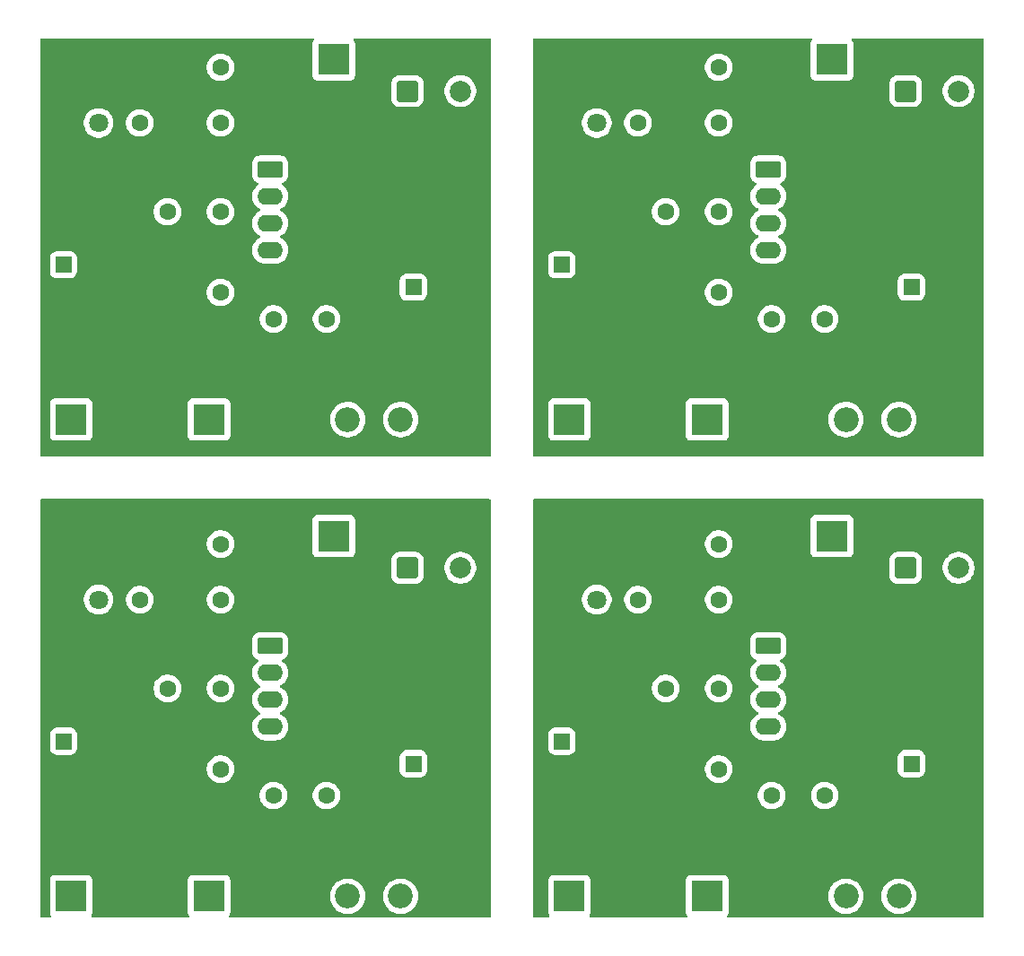
<source format=gbr>
%TF.GenerationSoftware,KiCad,Pcbnew,9.0.4*%
%TF.CreationDate,2025-08-26T10:36:07+02:00*%
%TF.ProjectId,TDA7267_2x2_panel,54444137-3236-4375-9f32-78325f70616e,rev?*%
%TF.SameCoordinates,Original*%
%TF.FileFunction,Copper,L2,Bot*%
%TF.FilePolarity,Positive*%
%FSLAX46Y46*%
G04 Gerber Fmt 4.6, Leading zero omitted, Abs format (unit mm)*
G04 Created by KiCad (PCBNEW 9.0.4) date 2025-08-26 10:36:07*
%MOMM*%
%LPD*%
G01*
G04 APERTURE LIST*
G04 Aperture macros list*
%AMRoundRect*
0 Rectangle with rounded corners*
0 $1 Rounding radius*
0 $2 $3 $4 $5 $6 $7 $8 $9 X,Y pos of 4 corners*
0 Add a 4 corners polygon primitive as box body*
4,1,4,$2,$3,$4,$5,$6,$7,$8,$9,$2,$3,0*
0 Add four circle primitives for the rounded corners*
1,1,$1+$1,$2,$3*
1,1,$1+$1,$4,$5*
1,1,$1+$1,$6,$7*
1,1,$1+$1,$8,$9*
0 Add four rect primitives between the rounded corners*
20,1,$1+$1,$2,$3,$4,$5,0*
20,1,$1+$1,$4,$5,$6,$7,0*
20,1,$1+$1,$6,$7,$8,$9,0*
20,1,$1+$1,$8,$9,$2,$3,0*%
G04 Aperture macros list end*
%TA.AperFunction,ComponentPad*%
%ADD10C,2.340000*%
%TD*%
%TA.AperFunction,ComponentPad*%
%ADD11C,1.600000*%
%TD*%
%TA.AperFunction,ComponentPad*%
%ADD12RoundRect,0.250000X-0.550000X-0.550000X0.550000X-0.550000X0.550000X0.550000X-0.550000X0.550000X0*%
%TD*%
%TA.AperFunction,ComponentPad*%
%ADD13R,1.800000X1.800000*%
%TD*%
%TA.AperFunction,ComponentPad*%
%ADD14C,1.800000*%
%TD*%
%TA.AperFunction,ComponentPad*%
%ADD15R,3.000000X3.000000*%
%TD*%
%TA.AperFunction,ComponentPad*%
%ADD16C,3.000000*%
%TD*%
%TA.AperFunction,ComponentPad*%
%ADD17C,2.000000*%
%TD*%
%TA.AperFunction,ComponentPad*%
%ADD18RoundRect,0.250000X-0.750000X-0.750000X0.750000X-0.750000X0.750000X0.750000X-0.750000X0.750000X0*%
%TD*%
%TA.AperFunction,ComponentPad*%
%ADD19O,2.400000X1.600000*%
%TD*%
%TA.AperFunction,ComponentPad*%
%ADD20RoundRect,0.250000X-0.950000X-0.550000X0.950000X-0.550000X0.950000X0.550000X-0.950000X0.550000X0*%
%TD*%
G04 APERTURE END LIST*
D10*
%TO.P,RV1,1,1*%
%TO.N,Net-(IN1-Pin_1)*%
X176000000Y-96500000D03*
%TO.P,RV1,2,2*%
%TO.N,Net-(C1-Pad1)*%
X181000000Y-96500000D03*
%TO.P,RV1,3,3*%
%TO.N,GND*%
X186000000Y-96500000D03*
%TD*%
%TO.P,RV1,1,1*%
%TO.N,Net-(IN1-Pin_1)*%
X129000000Y-96500000D03*
%TO.P,RV1,2,2*%
%TO.N,Net-(C1-Pad1)*%
X134000000Y-96500000D03*
%TO.P,RV1,3,3*%
%TO.N,GND*%
X139000000Y-96500000D03*
%TD*%
%TO.P,RV1,3,3*%
%TO.N,GND*%
X186000000Y-141500000D03*
%TO.P,RV1,2,2*%
%TO.N,Net-(C1-Pad1)*%
X181000000Y-141500000D03*
%TO.P,RV1,1,1*%
%TO.N,Net-(IN1-Pin_1)*%
X176000000Y-141500000D03*
%TD*%
D11*
%TO.P,C2,2*%
%TO.N,GND*%
X138997349Y-84000000D03*
D12*
%TO.P,C2,1*%
%TO.N,Net-(U1-SRV)*%
X135197349Y-84000000D03*
%TD*%
D11*
%TO.P,C3,2*%
%TO.N,Net-(U1-In)*%
X112000000Y-76880000D03*
%TO.P,C3,1*%
%TO.N,GND*%
X112000000Y-81880000D03*
%TD*%
%TO.P,R1,2*%
%TO.N,Net-(U1-In)*%
X117000000Y-76880000D03*
%TO.P,R1,1*%
%TO.N,Net-(C1-Pad2)*%
X117000000Y-84500000D03*
%TD*%
D13*
%TO.P,D1,1,K*%
%TO.N,GND*%
X149960000Y-68500000D03*
D14*
%TO.P,D1,2,A*%
%TO.N,Net-(D1-A)*%
X152500000Y-68500000D03*
%TD*%
D11*
%TO.P,C5,1*%
%TO.N,GND*%
X159000000Y-63250000D03*
%TO.P,C5,2*%
%TO.N,Net-(U1-V+)*%
X164000000Y-63250000D03*
%TD*%
D15*
%TO.P,OUT1,1,Pin_1*%
%TO.N,Net-(OUT1-Pin_1)*%
X174690000Y-62500000D03*
D16*
%TO.P,OUT1,2,Pin_2*%
%TO.N,GND*%
X169610000Y-62500000D03*
%TD*%
D11*
%TO.P,C3,1*%
%TO.N,GND*%
X159000000Y-81880000D03*
%TO.P,C3,2*%
%TO.N,Net-(U1-In)*%
X159000000Y-76880000D03*
%TD*%
D17*
%TO.P,C6,2*%
%TO.N,Net-(OUT1-Pin_1)*%
X139632323Y-65500000D03*
D18*
%TO.P,C6,1*%
%TO.N,Net-(U1-Out)*%
X134632323Y-65500000D03*
%TD*%
D15*
%TO.P,IN1,1,Pin_1*%
%TO.N,Net-(IN1-Pin_1)*%
X162920000Y-96500000D03*
D16*
%TO.P,IN1,2,Pin_2*%
%TO.N,GND*%
X168000000Y-96500000D03*
%TD*%
D11*
%TO.P,C4,2*%
%TO.N,GND*%
X106000000Y-81880000D03*
D12*
%TO.P,C4,1*%
%TO.N,Net-(U1-V+)*%
X102200000Y-81880000D03*
%TD*%
D11*
%TO.P,R1,1*%
%TO.N,Net-(C1-Pad2)*%
X164000000Y-84500000D03*
%TO.P,R1,2*%
%TO.N,Net-(U1-In)*%
X164000000Y-76880000D03*
%TD*%
%TO.P,C1,2*%
%TO.N,Net-(C1-Pad2)*%
X122000000Y-87000000D03*
%TO.P,C1,1*%
%TO.N,Net-(C1-Pad1)*%
X127000000Y-87000000D03*
%TD*%
D19*
%TO.P,U1,8,GND*%
%TO.N,GND*%
X129310000Y-72880000D03*
%TO.P,U1,7,GND*%
X129310000Y-75420000D03*
%TO.P,U1,6,GND*%
X129310000Y-77960000D03*
%TO.P,U1,5,GND*%
X129310000Y-80500000D03*
%TO.P,U1,4,In*%
%TO.N,Net-(U1-In)*%
X121690000Y-80500000D03*
%TO.P,U1,3,SRV*%
%TO.N,Net-(U1-SRV)*%
X121690000Y-77960000D03*
%TO.P,U1,2,Out*%
%TO.N,Net-(U1-Out)*%
X121690000Y-75420000D03*
D20*
%TO.P,U1,1,V+*%
%TO.N,Net-(U1-V+)*%
X121690000Y-72880000D03*
%TD*%
D14*
%TO.P,D1,2,A*%
%TO.N,Net-(D1-A)*%
X105500000Y-68500000D03*
D13*
%TO.P,D1,1,K*%
%TO.N,GND*%
X102960000Y-68500000D03*
%TD*%
D16*
%TO.P,IN1,2,Pin_2*%
%TO.N,GND*%
X121000000Y-96500000D03*
D15*
%TO.P,IN1,1,Pin_1*%
%TO.N,Net-(IN1-Pin_1)*%
X115920000Y-96500000D03*
%TD*%
D11*
%TO.P,C5,2*%
%TO.N,Net-(U1-V+)*%
X117000000Y-63250000D03*
%TO.P,C5,1*%
%TO.N,GND*%
X112000000Y-63250000D03*
%TD*%
D16*
%TO.P,OUT1,2,Pin_2*%
%TO.N,GND*%
X122610000Y-62500000D03*
D15*
%TO.P,OUT1,1,Pin_1*%
%TO.N,Net-(OUT1-Pin_1)*%
X127690000Y-62500000D03*
%TD*%
D13*
%TO.P,D1,1,K*%
%TO.N,GND*%
X102960000Y-113500000D03*
D14*
%TO.P,D1,2,A*%
%TO.N,Net-(D1-A)*%
X105500000Y-113500000D03*
%TD*%
D12*
%TO.P,C2,1*%
%TO.N,Net-(U1-SRV)*%
X135197349Y-129000000D03*
D11*
%TO.P,C2,2*%
%TO.N,GND*%
X138997349Y-129000000D03*
%TD*%
D15*
%TO.P,IN1,1,Pin_1*%
%TO.N,Net-(IN1-Pin_1)*%
X115920000Y-141500000D03*
D16*
%TO.P,IN1,2,Pin_2*%
%TO.N,GND*%
X121000000Y-141500000D03*
%TD*%
D11*
%TO.P,R1,1*%
%TO.N,Net-(C1-Pad2)*%
X117000000Y-129500000D03*
%TO.P,R1,2*%
%TO.N,Net-(U1-In)*%
X117000000Y-121880000D03*
%TD*%
%TO.P,C1,1*%
%TO.N,Net-(C1-Pad1)*%
X127000000Y-132000000D03*
%TO.P,C1,2*%
%TO.N,Net-(C1-Pad2)*%
X122000000Y-132000000D03*
%TD*%
D16*
%TO.P,OUT1,2,Pin_2*%
%TO.N,GND*%
X122610000Y-107500000D03*
D15*
%TO.P,OUT1,1,Pin_1*%
%TO.N,Net-(OUT1-Pin_1)*%
X127690000Y-107500000D03*
%TD*%
D20*
%TO.P,U1,1,V+*%
%TO.N,Net-(U1-V+)*%
X121690000Y-117880000D03*
D19*
%TO.P,U1,2,Out*%
%TO.N,Net-(U1-Out)*%
X121690000Y-120420000D03*
%TO.P,U1,3,SRV*%
%TO.N,Net-(U1-SRV)*%
X121690000Y-122960000D03*
%TO.P,U1,4,In*%
%TO.N,Net-(U1-In)*%
X121690000Y-125500000D03*
%TO.P,U1,5,GND*%
%TO.N,GND*%
X129310000Y-125500000D03*
%TO.P,U1,6,GND*%
X129310000Y-122960000D03*
%TO.P,U1,7,GND*%
X129310000Y-120420000D03*
%TO.P,U1,8,GND*%
X129310000Y-117880000D03*
%TD*%
D11*
%TO.P,R2,1*%
%TO.N,Net-(D1-A)*%
X109380000Y-113500000D03*
%TO.P,R2,2*%
%TO.N,Net-(U1-V+)*%
X117000000Y-113500000D03*
%TD*%
D15*
%TO.P,VCC1,1,Pin_1*%
%TO.N,Net-(U1-V+)*%
X102920000Y-141500000D03*
D16*
%TO.P,VCC1,2,Pin_2*%
%TO.N,GND*%
X108000000Y-141500000D03*
%TD*%
D11*
%TO.P,C5,1*%
%TO.N,GND*%
X112000000Y-108250000D03*
%TO.P,C5,2*%
%TO.N,Net-(U1-V+)*%
X117000000Y-108250000D03*
%TD*%
%TO.P,R1,2*%
%TO.N,Net-(U1-In)*%
X164000000Y-121880000D03*
%TO.P,R1,1*%
%TO.N,Net-(C1-Pad2)*%
X164000000Y-129500000D03*
%TD*%
D15*
%TO.P,OUT1,1,Pin_1*%
%TO.N,Net-(OUT1-Pin_1)*%
X174690000Y-107500000D03*
D16*
%TO.P,OUT1,2,Pin_2*%
%TO.N,GND*%
X169610000Y-107500000D03*
%TD*%
D18*
%TO.P,C6,1*%
%TO.N,Net-(U1-Out)*%
X134632323Y-110500000D03*
D17*
%TO.P,C6,2*%
%TO.N,Net-(OUT1-Pin_1)*%
X139632323Y-110500000D03*
%TD*%
D12*
%TO.P,C4,1*%
%TO.N,Net-(U1-V+)*%
X102200000Y-126880000D03*
D11*
%TO.P,C4,2*%
%TO.N,GND*%
X106000000Y-126880000D03*
%TD*%
D10*
%TO.P,RV1,3,3*%
%TO.N,GND*%
X139000000Y-141500000D03*
%TO.P,RV1,2,2*%
%TO.N,Net-(C1-Pad1)*%
X134000000Y-141500000D03*
%TO.P,RV1,1,1*%
%TO.N,Net-(IN1-Pin_1)*%
X129000000Y-141500000D03*
%TD*%
D11*
%TO.P,C3,2*%
%TO.N,Net-(U1-In)*%
X159000000Y-121880000D03*
%TO.P,C3,1*%
%TO.N,GND*%
X159000000Y-126880000D03*
%TD*%
D16*
%TO.P,IN1,2,Pin_2*%
%TO.N,GND*%
X168000000Y-141500000D03*
D15*
%TO.P,IN1,1,Pin_1*%
%TO.N,Net-(IN1-Pin_1)*%
X162920000Y-141500000D03*
%TD*%
D14*
%TO.P,D1,2,A*%
%TO.N,Net-(D1-A)*%
X152500000Y-113500000D03*
D13*
%TO.P,D1,1,K*%
%TO.N,GND*%
X149960000Y-113500000D03*
%TD*%
D12*
%TO.P,C2,1*%
%TO.N,Net-(U1-SRV)*%
X182197349Y-84000000D03*
D11*
%TO.P,C2,2*%
%TO.N,GND*%
X185997349Y-84000000D03*
%TD*%
%TO.P,R2,1*%
%TO.N,Net-(D1-A)*%
X156380000Y-68500000D03*
%TO.P,R2,2*%
%TO.N,Net-(U1-V+)*%
X164000000Y-68500000D03*
%TD*%
D18*
%TO.P,C6,1*%
%TO.N,Net-(U1-Out)*%
X181632323Y-65500000D03*
D17*
%TO.P,C6,2*%
%TO.N,Net-(OUT1-Pin_1)*%
X186632323Y-65500000D03*
%TD*%
D12*
%TO.P,C4,1*%
%TO.N,Net-(U1-V+)*%
X149200000Y-81880000D03*
D11*
%TO.P,C4,2*%
%TO.N,GND*%
X153000000Y-81880000D03*
%TD*%
%TO.P,C3,1*%
%TO.N,GND*%
X112000000Y-126880000D03*
%TO.P,C3,2*%
%TO.N,Net-(U1-In)*%
X112000000Y-121880000D03*
%TD*%
D20*
%TO.P,U1,1,V+*%
%TO.N,Net-(U1-V+)*%
X168690000Y-72880000D03*
D19*
%TO.P,U1,2,Out*%
%TO.N,Net-(U1-Out)*%
X168690000Y-75420000D03*
%TO.P,U1,3,SRV*%
%TO.N,Net-(U1-SRV)*%
X168690000Y-77960000D03*
%TO.P,U1,4,In*%
%TO.N,Net-(U1-In)*%
X168690000Y-80500000D03*
%TO.P,U1,5,GND*%
%TO.N,GND*%
X176310000Y-80500000D03*
%TO.P,U1,6,GND*%
X176310000Y-77960000D03*
%TO.P,U1,7,GND*%
X176310000Y-75420000D03*
%TO.P,U1,8,GND*%
X176310000Y-72880000D03*
%TD*%
D11*
%TO.P,C1,1*%
%TO.N,Net-(C1-Pad1)*%
X174000000Y-87000000D03*
%TO.P,C1,2*%
%TO.N,Net-(C1-Pad2)*%
X169000000Y-87000000D03*
%TD*%
D15*
%TO.P,VCC1,1,Pin_1*%
%TO.N,Net-(U1-V+)*%
X149920000Y-96500000D03*
D16*
%TO.P,VCC1,2,Pin_2*%
%TO.N,GND*%
X155000000Y-96500000D03*
%TD*%
%TO.P,VCC1,2,Pin_2*%
%TO.N,GND*%
X155000000Y-141500000D03*
D15*
%TO.P,VCC1,1,Pin_1*%
%TO.N,Net-(U1-V+)*%
X149920000Y-141500000D03*
%TD*%
D19*
%TO.P,U1,8,GND*%
%TO.N,GND*%
X176310000Y-117880000D03*
%TO.P,U1,7,GND*%
X176310000Y-120420000D03*
%TO.P,U1,6,GND*%
X176310000Y-122960000D03*
%TO.P,U1,5,GND*%
X176310000Y-125500000D03*
%TO.P,U1,4,In*%
%TO.N,Net-(U1-In)*%
X168690000Y-125500000D03*
%TO.P,U1,3,SRV*%
%TO.N,Net-(U1-SRV)*%
X168690000Y-122960000D03*
%TO.P,U1,2,Out*%
%TO.N,Net-(U1-Out)*%
X168690000Y-120420000D03*
D20*
%TO.P,U1,1,V+*%
%TO.N,Net-(U1-V+)*%
X168690000Y-117880000D03*
%TD*%
D11*
%TO.P,C1,2*%
%TO.N,Net-(C1-Pad2)*%
X169000000Y-132000000D03*
%TO.P,C1,1*%
%TO.N,Net-(C1-Pad1)*%
X174000000Y-132000000D03*
%TD*%
%TO.P,C2,2*%
%TO.N,GND*%
X185997349Y-129000000D03*
D12*
%TO.P,C2,1*%
%TO.N,Net-(U1-SRV)*%
X182197349Y-129000000D03*
%TD*%
D11*
%TO.P,C5,2*%
%TO.N,Net-(U1-V+)*%
X164000000Y-108250000D03*
%TO.P,C5,1*%
%TO.N,GND*%
X159000000Y-108250000D03*
%TD*%
%TO.P,R2,2*%
%TO.N,Net-(U1-V+)*%
X164000000Y-113500000D03*
%TO.P,R2,1*%
%TO.N,Net-(D1-A)*%
X156380000Y-113500000D03*
%TD*%
D17*
%TO.P,C6,2*%
%TO.N,Net-(OUT1-Pin_1)*%
X186632323Y-110500000D03*
D18*
%TO.P,C6,1*%
%TO.N,Net-(U1-Out)*%
X181632323Y-110500000D03*
%TD*%
D11*
%TO.P,C4,2*%
%TO.N,GND*%
X153000000Y-126880000D03*
D12*
%TO.P,C4,1*%
%TO.N,Net-(U1-V+)*%
X149200000Y-126880000D03*
%TD*%
D11*
%TO.P,R2,2*%
%TO.N,Net-(U1-V+)*%
X117000000Y-68500000D03*
%TO.P,R2,1*%
%TO.N,Net-(D1-A)*%
X109380000Y-68500000D03*
%TD*%
D16*
%TO.P,VCC1,2,Pin_2*%
%TO.N,GND*%
X108000000Y-96500000D03*
D15*
%TO.P,VCC1,1,Pin_1*%
%TO.N,Net-(U1-V+)*%
X102920000Y-96500000D03*
%TD*%
%TA.AperFunction,Conductor*%
%TO.N,GND*%
G36*
X125758038Y-60520185D02*
G01*
X125803793Y-60572989D01*
X125813737Y-60642147D01*
X125790265Y-60698810D01*
X125770238Y-60725562D01*
X125746204Y-60757668D01*
X125746202Y-60757671D01*
X125695908Y-60892517D01*
X125689501Y-60952116D01*
X125689501Y-60952123D01*
X125689500Y-60952135D01*
X125689500Y-64047870D01*
X125689501Y-64047876D01*
X125695908Y-64107483D01*
X125746202Y-64242328D01*
X125746206Y-64242335D01*
X125832452Y-64357544D01*
X125832455Y-64357547D01*
X125947664Y-64443793D01*
X125947671Y-64443797D01*
X126082517Y-64494091D01*
X126082516Y-64494091D01*
X126089444Y-64494835D01*
X126142127Y-64500500D01*
X129237872Y-64500499D01*
X129297483Y-64494091D01*
X129432331Y-64443796D01*
X129547546Y-64357546D01*
X129633796Y-64242331D01*
X129684091Y-64107483D01*
X129690500Y-64047873D01*
X129690499Y-60952128D01*
X129684091Y-60892517D01*
X129633796Y-60757669D01*
X129589734Y-60698810D01*
X129565317Y-60633348D01*
X129580168Y-60565075D01*
X129629573Y-60515669D01*
X129689001Y-60500500D01*
X142376000Y-60500500D01*
X142443039Y-60520185D01*
X142488794Y-60572989D01*
X142500000Y-60624500D01*
X142500000Y-99876000D01*
X142480315Y-99943039D01*
X142427511Y-99988794D01*
X142376000Y-100000000D01*
X100124500Y-100000000D01*
X100057461Y-99980315D01*
X100011706Y-99927511D01*
X100000500Y-99876000D01*
X100000500Y-94952135D01*
X100919500Y-94952135D01*
X100919500Y-98047870D01*
X100919501Y-98047876D01*
X100925908Y-98107483D01*
X100976202Y-98242328D01*
X100976206Y-98242335D01*
X101062452Y-98357544D01*
X101062455Y-98357547D01*
X101177664Y-98443793D01*
X101177671Y-98443797D01*
X101312517Y-98494091D01*
X101312516Y-98494091D01*
X101319444Y-98494835D01*
X101372127Y-98500500D01*
X104467872Y-98500499D01*
X104527483Y-98494091D01*
X104662331Y-98443796D01*
X104777546Y-98357546D01*
X104863796Y-98242331D01*
X104914091Y-98107483D01*
X104920500Y-98047873D01*
X104920499Y-94952135D01*
X113919500Y-94952135D01*
X113919500Y-98047870D01*
X113919501Y-98047876D01*
X113925908Y-98107483D01*
X113976202Y-98242328D01*
X113976206Y-98242335D01*
X114062452Y-98357544D01*
X114062455Y-98357547D01*
X114177664Y-98443793D01*
X114177671Y-98443797D01*
X114312517Y-98494091D01*
X114312516Y-98494091D01*
X114319444Y-98494835D01*
X114372127Y-98500500D01*
X117467872Y-98500499D01*
X117527483Y-98494091D01*
X117662331Y-98443796D01*
X117777546Y-98357546D01*
X117863796Y-98242331D01*
X117914091Y-98107483D01*
X117920500Y-98047873D01*
X117920499Y-96390502D01*
X127329500Y-96390502D01*
X127329500Y-96609497D01*
X127353306Y-96790314D01*
X127358083Y-96826598D01*
X127414759Y-97038117D01*
X127498560Y-97240428D01*
X127498562Y-97240433D01*
X127498565Y-97240438D01*
X127608049Y-97430070D01*
X127741355Y-97603798D01*
X127741361Y-97603805D01*
X127896194Y-97758638D01*
X127896201Y-97758644D01*
X128069929Y-97891950D01*
X128259561Y-98001434D01*
X128259563Y-98001434D01*
X128259572Y-98001440D01*
X128461883Y-98085241D01*
X128673402Y-98141917D01*
X128890510Y-98170500D01*
X128890517Y-98170500D01*
X129109483Y-98170500D01*
X129109490Y-98170500D01*
X129326598Y-98141917D01*
X129538117Y-98085241D01*
X129740428Y-98001440D01*
X129930071Y-97891950D01*
X130103800Y-97758643D01*
X130258643Y-97603800D01*
X130391950Y-97430071D01*
X130501440Y-97240428D01*
X130585241Y-97038117D01*
X130641917Y-96826598D01*
X130670500Y-96609490D01*
X130670500Y-96390510D01*
X130670499Y-96390502D01*
X132329500Y-96390502D01*
X132329500Y-96609497D01*
X132353306Y-96790314D01*
X132358083Y-96826598D01*
X132414759Y-97038117D01*
X132498560Y-97240428D01*
X132498562Y-97240433D01*
X132498565Y-97240438D01*
X132608049Y-97430070D01*
X132741355Y-97603798D01*
X132741361Y-97603805D01*
X132896194Y-97758638D01*
X132896201Y-97758644D01*
X133069929Y-97891950D01*
X133259561Y-98001434D01*
X133259563Y-98001434D01*
X133259572Y-98001440D01*
X133461883Y-98085241D01*
X133673402Y-98141917D01*
X133890510Y-98170500D01*
X133890517Y-98170500D01*
X134109483Y-98170500D01*
X134109490Y-98170500D01*
X134326598Y-98141917D01*
X134538117Y-98085241D01*
X134740428Y-98001440D01*
X134930071Y-97891950D01*
X135103800Y-97758643D01*
X135258643Y-97603800D01*
X135391950Y-97430071D01*
X135501440Y-97240428D01*
X135585241Y-97038117D01*
X135641917Y-96826598D01*
X135670500Y-96609490D01*
X135670500Y-96390510D01*
X135641917Y-96173402D01*
X135585241Y-95961883D01*
X135501440Y-95759572D01*
X135391950Y-95569929D01*
X135258643Y-95396200D01*
X135258638Y-95396194D01*
X135103805Y-95241361D01*
X135103798Y-95241355D01*
X134930070Y-95108049D01*
X134740438Y-94998565D01*
X134740433Y-94998562D01*
X134740428Y-94998560D01*
X134538117Y-94914759D01*
X134538118Y-94914759D01*
X134538115Y-94914758D01*
X134432357Y-94886421D01*
X134326598Y-94858083D01*
X134290314Y-94853306D01*
X134109497Y-94829500D01*
X134109490Y-94829500D01*
X133890510Y-94829500D01*
X133890502Y-94829500D01*
X133683853Y-94856707D01*
X133673402Y-94858083D01*
X133628699Y-94870060D01*
X133461884Y-94914758D01*
X133371650Y-94952135D01*
X133259572Y-94998560D01*
X133259569Y-94998561D01*
X133259561Y-94998565D01*
X133069929Y-95108049D01*
X132896201Y-95241355D01*
X132896194Y-95241361D01*
X132741361Y-95396194D01*
X132741355Y-95396201D01*
X132608049Y-95569929D01*
X132498565Y-95759561D01*
X132498560Y-95759573D01*
X132414758Y-95961884D01*
X132358084Y-96173399D01*
X132358082Y-96173410D01*
X132329500Y-96390502D01*
X130670499Y-96390502D01*
X130641917Y-96173402D01*
X130585241Y-95961883D01*
X130501440Y-95759572D01*
X130391950Y-95569929D01*
X130258643Y-95396200D01*
X130258638Y-95396194D01*
X130103805Y-95241361D01*
X130103798Y-95241355D01*
X129930070Y-95108049D01*
X129740438Y-94998565D01*
X129740433Y-94998562D01*
X129740428Y-94998560D01*
X129538117Y-94914759D01*
X129538118Y-94914759D01*
X129538115Y-94914758D01*
X129432357Y-94886421D01*
X129326598Y-94858083D01*
X129290314Y-94853306D01*
X129109497Y-94829500D01*
X129109490Y-94829500D01*
X128890510Y-94829500D01*
X128890502Y-94829500D01*
X128683853Y-94856707D01*
X128673402Y-94858083D01*
X128628699Y-94870060D01*
X128461884Y-94914758D01*
X128371650Y-94952135D01*
X128259572Y-94998560D01*
X128259569Y-94998561D01*
X128259561Y-94998565D01*
X128069929Y-95108049D01*
X127896201Y-95241355D01*
X127896194Y-95241361D01*
X127741361Y-95396194D01*
X127741355Y-95396201D01*
X127608049Y-95569929D01*
X127498565Y-95759561D01*
X127498560Y-95759573D01*
X127414758Y-95961884D01*
X127358084Y-96173399D01*
X127358082Y-96173410D01*
X127329500Y-96390502D01*
X117920499Y-96390502D01*
X117920499Y-94952128D01*
X117914091Y-94892517D01*
X117901248Y-94858084D01*
X117863797Y-94757671D01*
X117863793Y-94757664D01*
X117777547Y-94642455D01*
X117777544Y-94642452D01*
X117662335Y-94556206D01*
X117662328Y-94556202D01*
X117527482Y-94505908D01*
X117527483Y-94505908D01*
X117467883Y-94499501D01*
X117467881Y-94499500D01*
X117467873Y-94499500D01*
X117467864Y-94499500D01*
X114372129Y-94499500D01*
X114372123Y-94499501D01*
X114312516Y-94505908D01*
X114177671Y-94556202D01*
X114177664Y-94556206D01*
X114062455Y-94642452D01*
X114062452Y-94642455D01*
X113976206Y-94757664D01*
X113976202Y-94757671D01*
X113925908Y-94892517D01*
X113919501Y-94952116D01*
X113919501Y-94952123D01*
X113919500Y-94952135D01*
X104920499Y-94952135D01*
X104920499Y-94952128D01*
X104914091Y-94892517D01*
X104901248Y-94858084D01*
X104863797Y-94757671D01*
X104863793Y-94757664D01*
X104777547Y-94642455D01*
X104777544Y-94642452D01*
X104662335Y-94556206D01*
X104662328Y-94556202D01*
X104527482Y-94505908D01*
X104527483Y-94505908D01*
X104467883Y-94499501D01*
X104467881Y-94499500D01*
X104467873Y-94499500D01*
X104467864Y-94499500D01*
X101372129Y-94499500D01*
X101372123Y-94499501D01*
X101312516Y-94505908D01*
X101177671Y-94556202D01*
X101177664Y-94556206D01*
X101062455Y-94642452D01*
X101062452Y-94642455D01*
X100976206Y-94757664D01*
X100976202Y-94757671D01*
X100925908Y-94892517D01*
X100919501Y-94952116D01*
X100919501Y-94952123D01*
X100919500Y-94952135D01*
X100000500Y-94952135D01*
X100000500Y-86897648D01*
X120699500Y-86897648D01*
X120699500Y-87102351D01*
X120731522Y-87304534D01*
X120794781Y-87499223D01*
X120887715Y-87681613D01*
X121008028Y-87847213D01*
X121152786Y-87991971D01*
X121307749Y-88104556D01*
X121318390Y-88112287D01*
X121434607Y-88171503D01*
X121500776Y-88205218D01*
X121500778Y-88205218D01*
X121500781Y-88205220D01*
X121605137Y-88239127D01*
X121695465Y-88268477D01*
X121796557Y-88284488D01*
X121897648Y-88300500D01*
X121897649Y-88300500D01*
X122102351Y-88300500D01*
X122102352Y-88300500D01*
X122304534Y-88268477D01*
X122499219Y-88205220D01*
X122681610Y-88112287D01*
X122774590Y-88044732D01*
X122847213Y-87991971D01*
X122847215Y-87991968D01*
X122847219Y-87991966D01*
X122991966Y-87847219D01*
X122991968Y-87847215D01*
X122991971Y-87847213D01*
X123044732Y-87774590D01*
X123112287Y-87681610D01*
X123205220Y-87499219D01*
X123268477Y-87304534D01*
X123300500Y-87102352D01*
X123300500Y-86897648D01*
X125699500Y-86897648D01*
X125699500Y-87102351D01*
X125731522Y-87304534D01*
X125794781Y-87499223D01*
X125887715Y-87681613D01*
X126008028Y-87847213D01*
X126152786Y-87991971D01*
X126307749Y-88104556D01*
X126318390Y-88112287D01*
X126434607Y-88171503D01*
X126500776Y-88205218D01*
X126500778Y-88205218D01*
X126500781Y-88205220D01*
X126605137Y-88239127D01*
X126695465Y-88268477D01*
X126796557Y-88284488D01*
X126897648Y-88300500D01*
X126897649Y-88300500D01*
X127102351Y-88300500D01*
X127102352Y-88300500D01*
X127304534Y-88268477D01*
X127499219Y-88205220D01*
X127681610Y-88112287D01*
X127774590Y-88044732D01*
X127847213Y-87991971D01*
X127847215Y-87991968D01*
X127847219Y-87991966D01*
X127991966Y-87847219D01*
X127991968Y-87847215D01*
X127991971Y-87847213D01*
X128044732Y-87774590D01*
X128112287Y-87681610D01*
X128205220Y-87499219D01*
X128268477Y-87304534D01*
X128300500Y-87102352D01*
X128300500Y-86897648D01*
X128268477Y-86695466D01*
X128205220Y-86500781D01*
X128205218Y-86500778D01*
X128205218Y-86500776D01*
X128171503Y-86434607D01*
X128112287Y-86318390D01*
X128104556Y-86307749D01*
X127991971Y-86152786D01*
X127847213Y-86008028D01*
X127681613Y-85887715D01*
X127681612Y-85887714D01*
X127681610Y-85887713D01*
X127624653Y-85858691D01*
X127499223Y-85794781D01*
X127304534Y-85731522D01*
X127129995Y-85703878D01*
X127102352Y-85699500D01*
X126897648Y-85699500D01*
X126873329Y-85703351D01*
X126695465Y-85731522D01*
X126500776Y-85794781D01*
X126318386Y-85887715D01*
X126152786Y-86008028D01*
X126008028Y-86152786D01*
X125887715Y-86318386D01*
X125794781Y-86500776D01*
X125731522Y-86695465D01*
X125699500Y-86897648D01*
X123300500Y-86897648D01*
X123268477Y-86695466D01*
X123205220Y-86500781D01*
X123205218Y-86500778D01*
X123205218Y-86500776D01*
X123171503Y-86434607D01*
X123112287Y-86318390D01*
X123104556Y-86307749D01*
X122991971Y-86152786D01*
X122847213Y-86008028D01*
X122681613Y-85887715D01*
X122681612Y-85887714D01*
X122681610Y-85887713D01*
X122624653Y-85858691D01*
X122499223Y-85794781D01*
X122304534Y-85731522D01*
X122129995Y-85703878D01*
X122102352Y-85699500D01*
X121897648Y-85699500D01*
X121873329Y-85703351D01*
X121695465Y-85731522D01*
X121500776Y-85794781D01*
X121318386Y-85887715D01*
X121152786Y-86008028D01*
X121008028Y-86152786D01*
X120887715Y-86318386D01*
X120794781Y-86500776D01*
X120731522Y-86695465D01*
X120699500Y-86897648D01*
X100000500Y-86897648D01*
X100000500Y-84397648D01*
X115699500Y-84397648D01*
X115699500Y-84602351D01*
X115731522Y-84804534D01*
X115794781Y-84999223D01*
X115858691Y-85124653D01*
X115867893Y-85142712D01*
X115887715Y-85181613D01*
X116008028Y-85347213D01*
X116152786Y-85491971D01*
X116307749Y-85604556D01*
X116318390Y-85612287D01*
X116434607Y-85671503D01*
X116500776Y-85705218D01*
X116500778Y-85705218D01*
X116500781Y-85705220D01*
X116605137Y-85739127D01*
X116695465Y-85768477D01*
X116796557Y-85784488D01*
X116897648Y-85800500D01*
X116897649Y-85800500D01*
X117102351Y-85800500D01*
X117102352Y-85800500D01*
X117304534Y-85768477D01*
X117499219Y-85705220D01*
X117681610Y-85612287D01*
X117774590Y-85544732D01*
X117847213Y-85491971D01*
X117847215Y-85491968D01*
X117847219Y-85491966D01*
X117991966Y-85347219D01*
X117991968Y-85347215D01*
X117991971Y-85347213D01*
X118073632Y-85234814D01*
X118112287Y-85181610D01*
X118205220Y-84999219D01*
X118268477Y-84804534D01*
X118300500Y-84602352D01*
X118300500Y-84397648D01*
X118268477Y-84195466D01*
X118205220Y-84000781D01*
X118205218Y-84000778D01*
X118205218Y-84000776D01*
X118171503Y-83934607D01*
X118112287Y-83818390D01*
X118104556Y-83807749D01*
X117991971Y-83652786D01*
X117847215Y-83508030D01*
X117832243Y-83497153D01*
X117832242Y-83497152D01*
X117698499Y-83399983D01*
X133896849Y-83399983D01*
X133896849Y-84600001D01*
X133896850Y-84600018D01*
X133907349Y-84702796D01*
X133907350Y-84702799D01*
X133941062Y-84804534D01*
X133962535Y-84869334D01*
X134054637Y-85018656D01*
X134178693Y-85142712D01*
X134328015Y-85234814D01*
X134494552Y-85289999D01*
X134597340Y-85300500D01*
X135797357Y-85300499D01*
X135900146Y-85289999D01*
X136066683Y-85234814D01*
X136216005Y-85142712D01*
X136340061Y-85018656D01*
X136432163Y-84869334D01*
X136487348Y-84702797D01*
X136497849Y-84600009D01*
X136497848Y-83399992D01*
X136487348Y-83297203D01*
X136432163Y-83130666D01*
X136340061Y-82981344D01*
X136216005Y-82857288D01*
X136066683Y-82765186D01*
X135900146Y-82710001D01*
X135900144Y-82710000D01*
X135797359Y-82699500D01*
X134597347Y-82699500D01*
X134597330Y-82699501D01*
X134494552Y-82710000D01*
X134494549Y-82710001D01*
X134328017Y-82765185D01*
X134328012Y-82765187D01*
X134178691Y-82857289D01*
X134054638Y-82981342D01*
X133962536Y-83130663D01*
X133962534Y-83130668D01*
X133939726Y-83199500D01*
X133907350Y-83297203D01*
X133907350Y-83297204D01*
X133907349Y-83297204D01*
X133896849Y-83399983D01*
X117698499Y-83399983D01*
X117681613Y-83387715D01*
X117681612Y-83387714D01*
X117681610Y-83387713D01*
X117624653Y-83358691D01*
X117499223Y-83294781D01*
X117304534Y-83231522D01*
X117129995Y-83203878D01*
X117102352Y-83199500D01*
X116897648Y-83199500D01*
X116873329Y-83203351D01*
X116695465Y-83231522D01*
X116500776Y-83294781D01*
X116318386Y-83387715D01*
X116152786Y-83508028D01*
X116008028Y-83652786D01*
X115887715Y-83818386D01*
X115794781Y-84000776D01*
X115731522Y-84195465D01*
X115699500Y-84397648D01*
X100000500Y-84397648D01*
X100000500Y-81279983D01*
X100899500Y-81279983D01*
X100899500Y-82480001D01*
X100899501Y-82480018D01*
X100910000Y-82582796D01*
X100910001Y-82582799D01*
X100965185Y-82749331D01*
X100965187Y-82749336D01*
X100974964Y-82765187D01*
X101057288Y-82898656D01*
X101181344Y-83022712D01*
X101330666Y-83114814D01*
X101497203Y-83169999D01*
X101599991Y-83180500D01*
X102800008Y-83180499D01*
X102902797Y-83169999D01*
X103069334Y-83114814D01*
X103218656Y-83022712D01*
X103342712Y-82898656D01*
X103434814Y-82749334D01*
X103489999Y-82582797D01*
X103500500Y-82480009D01*
X103500499Y-81279992D01*
X103489999Y-81177203D01*
X103434814Y-81010666D01*
X103342712Y-80861344D01*
X103218656Y-80737288D01*
X103069334Y-80645186D01*
X102902797Y-80590001D01*
X102902795Y-80590000D01*
X102800010Y-80579500D01*
X101599998Y-80579500D01*
X101599981Y-80579501D01*
X101497203Y-80590000D01*
X101497200Y-80590001D01*
X101330668Y-80645185D01*
X101330663Y-80645187D01*
X101181342Y-80737289D01*
X101057289Y-80861342D01*
X100965187Y-81010663D01*
X100965186Y-81010666D01*
X100910001Y-81177203D01*
X100910001Y-81177204D01*
X100910000Y-81177204D01*
X100899500Y-81279983D01*
X100000500Y-81279983D01*
X100000500Y-76777648D01*
X110699500Y-76777648D01*
X110699500Y-76982351D01*
X110731522Y-77184534D01*
X110794781Y-77379223D01*
X110887715Y-77561613D01*
X111008028Y-77727213D01*
X111152786Y-77871971D01*
X111307749Y-77984556D01*
X111318390Y-77992287D01*
X111434607Y-78051503D01*
X111500776Y-78085218D01*
X111500778Y-78085218D01*
X111500781Y-78085220D01*
X111605137Y-78119127D01*
X111695465Y-78148477D01*
X111796557Y-78164488D01*
X111897648Y-78180500D01*
X111897649Y-78180500D01*
X112102351Y-78180500D01*
X112102352Y-78180500D01*
X112304534Y-78148477D01*
X112499219Y-78085220D01*
X112681610Y-77992287D01*
X112774590Y-77924732D01*
X112847213Y-77871971D01*
X112847215Y-77871968D01*
X112847219Y-77871966D01*
X112991966Y-77727219D01*
X112991968Y-77727215D01*
X112991971Y-77727213D01*
X113044732Y-77654590D01*
X113112287Y-77561610D01*
X113205220Y-77379219D01*
X113268477Y-77184534D01*
X113300500Y-76982352D01*
X113300500Y-76777648D01*
X115699500Y-76777648D01*
X115699500Y-76982351D01*
X115731522Y-77184534D01*
X115794781Y-77379223D01*
X115887715Y-77561613D01*
X116008028Y-77727213D01*
X116152786Y-77871971D01*
X116307749Y-77984556D01*
X116318390Y-77992287D01*
X116434607Y-78051503D01*
X116500776Y-78085218D01*
X116500778Y-78085218D01*
X116500781Y-78085220D01*
X116605137Y-78119127D01*
X116695465Y-78148477D01*
X116796557Y-78164488D01*
X116897648Y-78180500D01*
X116897649Y-78180500D01*
X117102351Y-78180500D01*
X117102352Y-78180500D01*
X117304534Y-78148477D01*
X117499219Y-78085220D01*
X117681610Y-77992287D01*
X117774590Y-77924732D01*
X117847213Y-77871971D01*
X117847215Y-77871968D01*
X117847219Y-77871966D01*
X117991966Y-77727219D01*
X117991968Y-77727215D01*
X117991971Y-77727213D01*
X118044732Y-77654590D01*
X118112287Y-77561610D01*
X118205220Y-77379219D01*
X118268477Y-77184534D01*
X118300500Y-76982352D01*
X118300500Y-76777648D01*
X118286618Y-76690000D01*
X118268477Y-76575465D01*
X118215354Y-76411971D01*
X118205220Y-76380781D01*
X118205218Y-76380778D01*
X118205218Y-76380776D01*
X118147354Y-76267213D01*
X118112287Y-76198390D01*
X118104556Y-76187749D01*
X117991971Y-76032786D01*
X117847213Y-75888028D01*
X117681613Y-75767715D01*
X117681612Y-75767714D01*
X117681610Y-75767713D01*
X117596867Y-75724534D01*
X117499223Y-75674781D01*
X117304534Y-75611522D01*
X117129995Y-75583878D01*
X117102352Y-75579500D01*
X116897648Y-75579500D01*
X116873329Y-75583351D01*
X116695465Y-75611522D01*
X116500776Y-75674781D01*
X116318386Y-75767715D01*
X116152786Y-75888028D01*
X116008028Y-76032786D01*
X115887715Y-76198386D01*
X115794781Y-76380776D01*
X115731522Y-76575465D01*
X115699500Y-76777648D01*
X113300500Y-76777648D01*
X113286618Y-76690000D01*
X113268477Y-76575465D01*
X113215354Y-76411971D01*
X113205220Y-76380781D01*
X113205218Y-76380778D01*
X113205218Y-76380776D01*
X113147354Y-76267213D01*
X113112287Y-76198390D01*
X113104556Y-76187749D01*
X112991971Y-76032786D01*
X112847213Y-75888028D01*
X112681613Y-75767715D01*
X112681612Y-75767714D01*
X112681610Y-75767713D01*
X112596867Y-75724534D01*
X112499223Y-75674781D01*
X112304534Y-75611522D01*
X112129995Y-75583878D01*
X112102352Y-75579500D01*
X111897648Y-75579500D01*
X111873329Y-75583351D01*
X111695465Y-75611522D01*
X111500776Y-75674781D01*
X111318386Y-75767715D01*
X111152786Y-75888028D01*
X111008028Y-76032786D01*
X110887715Y-76198386D01*
X110794781Y-76380776D01*
X110731522Y-76575465D01*
X110699500Y-76777648D01*
X100000500Y-76777648D01*
X100000500Y-72279983D01*
X119989500Y-72279983D01*
X119989500Y-73480001D01*
X119989501Y-73480018D01*
X120000000Y-73582796D01*
X120000001Y-73582799D01*
X120055185Y-73749331D01*
X120055186Y-73749334D01*
X120147288Y-73898656D01*
X120271344Y-74022712D01*
X120420666Y-74114814D01*
X120502570Y-74141954D01*
X120560015Y-74181727D01*
X120586838Y-74246243D01*
X120574523Y-74315018D01*
X120536451Y-74359978D01*
X120442787Y-74428028D01*
X120442782Y-74428032D01*
X120298028Y-74572786D01*
X120177715Y-74738386D01*
X120084781Y-74920776D01*
X120021522Y-75115465D01*
X119989500Y-75317648D01*
X119989500Y-75522351D01*
X120021522Y-75724534D01*
X120084781Y-75919223D01*
X120177715Y-76101613D01*
X120298028Y-76267213D01*
X120442786Y-76411971D01*
X120597749Y-76524556D01*
X120608390Y-76532287D01*
X120699840Y-76578883D01*
X120701080Y-76579515D01*
X120751876Y-76627490D01*
X120768671Y-76695311D01*
X120746134Y-76761446D01*
X120701080Y-76800485D01*
X120608386Y-76847715D01*
X120442786Y-76968028D01*
X120298028Y-77112786D01*
X120177715Y-77278386D01*
X120084781Y-77460776D01*
X120021522Y-77655465D01*
X119989500Y-77857648D01*
X119989500Y-78062351D01*
X120021522Y-78264534D01*
X120084781Y-78459223D01*
X120177715Y-78641613D01*
X120298028Y-78807213D01*
X120442786Y-78951971D01*
X120597749Y-79064556D01*
X120608390Y-79072287D01*
X120699840Y-79118883D01*
X120701080Y-79119515D01*
X120751876Y-79167490D01*
X120768671Y-79235311D01*
X120746134Y-79301446D01*
X120701080Y-79340485D01*
X120608386Y-79387715D01*
X120442786Y-79508028D01*
X120298028Y-79652786D01*
X120177715Y-79818386D01*
X120084781Y-80000776D01*
X120021522Y-80195465D01*
X119989500Y-80397648D01*
X119989500Y-80602351D01*
X120021522Y-80804534D01*
X120084781Y-80999223D01*
X120177715Y-81181613D01*
X120298028Y-81347213D01*
X120442786Y-81491971D01*
X120597749Y-81604556D01*
X120608390Y-81612287D01*
X120724607Y-81671503D01*
X120790776Y-81705218D01*
X120790778Y-81705218D01*
X120790781Y-81705220D01*
X120895137Y-81739127D01*
X120985465Y-81768477D01*
X121086557Y-81784488D01*
X121187648Y-81800500D01*
X121187649Y-81800500D01*
X122192351Y-81800500D01*
X122192352Y-81800500D01*
X122394534Y-81768477D01*
X122589219Y-81705220D01*
X122771610Y-81612287D01*
X122864590Y-81544732D01*
X122937213Y-81491971D01*
X122937215Y-81491968D01*
X122937219Y-81491966D01*
X123081966Y-81347219D01*
X123081968Y-81347215D01*
X123081971Y-81347213D01*
X123134732Y-81274590D01*
X123202287Y-81181610D01*
X123295220Y-80999219D01*
X123358477Y-80804534D01*
X123390500Y-80602352D01*
X123390500Y-80397648D01*
X123358477Y-80195466D01*
X123295220Y-80000781D01*
X123295218Y-80000778D01*
X123295218Y-80000776D01*
X123261503Y-79934607D01*
X123202287Y-79818390D01*
X123194556Y-79807749D01*
X123081971Y-79652786D01*
X122937213Y-79508028D01*
X122771614Y-79387715D01*
X122765006Y-79384348D01*
X122678917Y-79340483D01*
X122628123Y-79292511D01*
X122611328Y-79224690D01*
X122633865Y-79158555D01*
X122678917Y-79119516D01*
X122771610Y-79072287D01*
X122792770Y-79056913D01*
X122937213Y-78951971D01*
X122937215Y-78951968D01*
X122937219Y-78951966D01*
X123081966Y-78807219D01*
X123081968Y-78807215D01*
X123081971Y-78807213D01*
X123134732Y-78734590D01*
X123202287Y-78641610D01*
X123295220Y-78459219D01*
X123358477Y-78264534D01*
X123390500Y-78062352D01*
X123390500Y-77857648D01*
X123358477Y-77655466D01*
X123295220Y-77460781D01*
X123295218Y-77460778D01*
X123295218Y-77460776D01*
X123253662Y-77379219D01*
X123202287Y-77278390D01*
X123194556Y-77267749D01*
X123081971Y-77112786D01*
X122937213Y-76968028D01*
X122771614Y-76847715D01*
X122765006Y-76844348D01*
X122678917Y-76800483D01*
X122628123Y-76752511D01*
X122611328Y-76684690D01*
X122633865Y-76618555D01*
X122678917Y-76579516D01*
X122771610Y-76532287D01*
X122792770Y-76516913D01*
X122937213Y-76411971D01*
X122937215Y-76411968D01*
X122937219Y-76411966D01*
X123081966Y-76267219D01*
X123081968Y-76267215D01*
X123081971Y-76267213D01*
X123134732Y-76194590D01*
X123202287Y-76101610D01*
X123295220Y-75919219D01*
X123358477Y-75724534D01*
X123390500Y-75522352D01*
X123390500Y-75317648D01*
X123358477Y-75115466D01*
X123295220Y-74920781D01*
X123295218Y-74920778D01*
X123295218Y-74920776D01*
X123261503Y-74854607D01*
X123202287Y-74738390D01*
X123194556Y-74727749D01*
X123081971Y-74572786D01*
X122937219Y-74428034D01*
X122937211Y-74428028D01*
X122843547Y-74359978D01*
X122800882Y-74304649D01*
X122794903Y-74235036D01*
X122827508Y-74173240D01*
X122877426Y-74141955D01*
X122959334Y-74114814D01*
X123108656Y-74022712D01*
X123232712Y-73898656D01*
X123324814Y-73749334D01*
X123379999Y-73582797D01*
X123390500Y-73480009D01*
X123390499Y-72279992D01*
X123379999Y-72177203D01*
X123324814Y-72010666D01*
X123232712Y-71861344D01*
X123108656Y-71737288D01*
X122959334Y-71645186D01*
X122792797Y-71590001D01*
X122792795Y-71590000D01*
X122690010Y-71579500D01*
X120689998Y-71579500D01*
X120689981Y-71579501D01*
X120587203Y-71590000D01*
X120587200Y-71590001D01*
X120420668Y-71645185D01*
X120420663Y-71645187D01*
X120271342Y-71737289D01*
X120147289Y-71861342D01*
X120055187Y-72010663D01*
X120055186Y-72010666D01*
X120000001Y-72177203D01*
X120000001Y-72177204D01*
X120000000Y-72177204D01*
X119989500Y-72279983D01*
X100000500Y-72279983D01*
X100000500Y-68389778D01*
X104099500Y-68389778D01*
X104099500Y-68610221D01*
X104133985Y-68827952D01*
X104202103Y-69037603D01*
X104202104Y-69037606D01*
X104270122Y-69171096D01*
X104275479Y-69181610D01*
X104302187Y-69234025D01*
X104431752Y-69412358D01*
X104431756Y-69412363D01*
X104587636Y-69568243D01*
X104587641Y-69568247D01*
X104648258Y-69612287D01*
X104765978Y-69697815D01*
X104894375Y-69763237D01*
X104962393Y-69797895D01*
X104962396Y-69797896D01*
X105067221Y-69831955D01*
X105172049Y-69866015D01*
X105389778Y-69900500D01*
X105389779Y-69900500D01*
X105610221Y-69900500D01*
X105610222Y-69900500D01*
X105827951Y-69866015D01*
X106037606Y-69797895D01*
X106234022Y-69697815D01*
X106412365Y-69568242D01*
X106568242Y-69412365D01*
X106697815Y-69234022D01*
X106797895Y-69037606D01*
X106866015Y-68827951D01*
X106900500Y-68610222D01*
X106900500Y-68397648D01*
X108079500Y-68397648D01*
X108079500Y-68602351D01*
X108111522Y-68804534D01*
X108174781Y-68999223D01*
X108267715Y-69181613D01*
X108388028Y-69347213D01*
X108532786Y-69491971D01*
X108687749Y-69604556D01*
X108698390Y-69612287D01*
X108814607Y-69671503D01*
X108880776Y-69705218D01*
X108880778Y-69705218D01*
X108880781Y-69705220D01*
X108985137Y-69739127D01*
X109075465Y-69768477D01*
X109176557Y-69784488D01*
X109277648Y-69800500D01*
X109277649Y-69800500D01*
X109482351Y-69800500D01*
X109482352Y-69800500D01*
X109684534Y-69768477D01*
X109879219Y-69705220D01*
X110061610Y-69612287D01*
X110154590Y-69544732D01*
X110227213Y-69491971D01*
X110227215Y-69491968D01*
X110227219Y-69491966D01*
X110371966Y-69347219D01*
X110371968Y-69347215D01*
X110371971Y-69347213D01*
X110424732Y-69274590D01*
X110492287Y-69181610D01*
X110585220Y-68999219D01*
X110648477Y-68804534D01*
X110680500Y-68602352D01*
X110680500Y-68397648D01*
X115699500Y-68397648D01*
X115699500Y-68602351D01*
X115731522Y-68804534D01*
X115794781Y-68999223D01*
X115887715Y-69181613D01*
X116008028Y-69347213D01*
X116152786Y-69491971D01*
X116307749Y-69604556D01*
X116318390Y-69612287D01*
X116434607Y-69671503D01*
X116500776Y-69705218D01*
X116500778Y-69705218D01*
X116500781Y-69705220D01*
X116605137Y-69739127D01*
X116695465Y-69768477D01*
X116796557Y-69784488D01*
X116897648Y-69800500D01*
X116897649Y-69800500D01*
X117102351Y-69800500D01*
X117102352Y-69800500D01*
X117304534Y-69768477D01*
X117499219Y-69705220D01*
X117681610Y-69612287D01*
X117774590Y-69544732D01*
X117847213Y-69491971D01*
X117847215Y-69491968D01*
X117847219Y-69491966D01*
X117991966Y-69347219D01*
X117991968Y-69347215D01*
X117991971Y-69347213D01*
X118044732Y-69274590D01*
X118112287Y-69181610D01*
X118205220Y-68999219D01*
X118268477Y-68804534D01*
X118300500Y-68602352D01*
X118300500Y-68397648D01*
X118268477Y-68195465D01*
X118205218Y-68000776D01*
X118171503Y-67934607D01*
X118112287Y-67818390D01*
X118074205Y-67765974D01*
X117991971Y-67652786D01*
X117847213Y-67508028D01*
X117681613Y-67387715D01*
X117681612Y-67387714D01*
X117681610Y-67387713D01*
X117624653Y-67358691D01*
X117499223Y-67294781D01*
X117304534Y-67231522D01*
X117118799Y-67202105D01*
X117102352Y-67199500D01*
X116897648Y-67199500D01*
X116881201Y-67202105D01*
X116695465Y-67231522D01*
X116500776Y-67294781D01*
X116318386Y-67387715D01*
X116152786Y-67508028D01*
X116008028Y-67652786D01*
X115887715Y-67818386D01*
X115794781Y-68000776D01*
X115731522Y-68195465D01*
X115699500Y-68397648D01*
X110680500Y-68397648D01*
X110648477Y-68195465D01*
X110585218Y-68000776D01*
X110551503Y-67934607D01*
X110492287Y-67818390D01*
X110454205Y-67765974D01*
X110371971Y-67652786D01*
X110227213Y-67508028D01*
X110061613Y-67387715D01*
X110061612Y-67387714D01*
X110061610Y-67387713D01*
X110004653Y-67358691D01*
X109879223Y-67294781D01*
X109684534Y-67231522D01*
X109498799Y-67202105D01*
X109482352Y-67199500D01*
X109277648Y-67199500D01*
X109261201Y-67202105D01*
X109075465Y-67231522D01*
X108880776Y-67294781D01*
X108698386Y-67387715D01*
X108532786Y-67508028D01*
X108388028Y-67652786D01*
X108267715Y-67818386D01*
X108174781Y-68000776D01*
X108111522Y-68195465D01*
X108079500Y-68397648D01*
X106900500Y-68397648D01*
X106900500Y-68389778D01*
X106866015Y-68172049D01*
X106797895Y-67962394D01*
X106797895Y-67962393D01*
X106763237Y-67894375D01*
X106697815Y-67765978D01*
X106615573Y-67652781D01*
X106568247Y-67587641D01*
X106568243Y-67587636D01*
X106412363Y-67431756D01*
X106412358Y-67431752D01*
X106234025Y-67302187D01*
X106234024Y-67302186D01*
X106234022Y-67302185D01*
X106171096Y-67270122D01*
X106037606Y-67202104D01*
X106037603Y-67202103D01*
X105827952Y-67133985D01*
X105719086Y-67116742D01*
X105610222Y-67099500D01*
X105389778Y-67099500D01*
X105317201Y-67110995D01*
X105172047Y-67133985D01*
X104962396Y-67202103D01*
X104962393Y-67202104D01*
X104765974Y-67302187D01*
X104587641Y-67431752D01*
X104587636Y-67431756D01*
X104431756Y-67587636D01*
X104431752Y-67587641D01*
X104302187Y-67765974D01*
X104202104Y-67962393D01*
X104202103Y-67962396D01*
X104133985Y-68172047D01*
X104099500Y-68389778D01*
X100000500Y-68389778D01*
X100000500Y-64699983D01*
X133131823Y-64699983D01*
X133131823Y-66300001D01*
X133131824Y-66300018D01*
X133142323Y-66402796D01*
X133142324Y-66402799D01*
X133167082Y-66477512D01*
X133197509Y-66569334D01*
X133289611Y-66718656D01*
X133413667Y-66842712D01*
X133562989Y-66934814D01*
X133729526Y-66989999D01*
X133832314Y-67000500D01*
X135432331Y-67000499D01*
X135535120Y-66989999D01*
X135701657Y-66934814D01*
X135850979Y-66842712D01*
X135975035Y-66718656D01*
X136067137Y-66569334D01*
X136122322Y-66402797D01*
X136132823Y-66300009D01*
X136132822Y-65381902D01*
X138131823Y-65381902D01*
X138131823Y-65618097D01*
X138168769Y-65851368D01*
X138241756Y-66075996D01*
X138348980Y-66286433D01*
X138487806Y-66477510D01*
X138654813Y-66644517D01*
X138845890Y-66783343D01*
X138945314Y-66834002D01*
X139056326Y-66890566D01*
X139056328Y-66890566D01*
X139056331Y-66890568D01*
X139176735Y-66929689D01*
X139280954Y-66963553D01*
X139514226Y-67000500D01*
X139514231Y-67000500D01*
X139750420Y-67000500D01*
X139983691Y-66963553D01*
X140208315Y-66890568D01*
X140418756Y-66783343D01*
X140609833Y-66644517D01*
X140776840Y-66477510D01*
X140915666Y-66286433D01*
X141022891Y-66075992D01*
X141095876Y-65851368D01*
X141132823Y-65618097D01*
X141132823Y-65381902D01*
X141095876Y-65148631D01*
X141022889Y-64924003D01*
X140915665Y-64713566D01*
X140776840Y-64522490D01*
X140609833Y-64355483D01*
X140418756Y-64216657D01*
X140208319Y-64109433D01*
X139983691Y-64036446D01*
X139750420Y-63999500D01*
X139750415Y-63999500D01*
X139514231Y-63999500D01*
X139514226Y-63999500D01*
X139280954Y-64036446D01*
X139056326Y-64109433D01*
X138845889Y-64216657D01*
X138810547Y-64242335D01*
X138654813Y-64355483D01*
X138654811Y-64355485D01*
X138654810Y-64355485D01*
X138487808Y-64522487D01*
X138487808Y-64522488D01*
X138487806Y-64522490D01*
X138433526Y-64597200D01*
X138348980Y-64713566D01*
X138241756Y-64924003D01*
X138168769Y-65148631D01*
X138131823Y-65381902D01*
X136132822Y-65381902D01*
X136132822Y-64699992D01*
X136122322Y-64597203D01*
X136067137Y-64430666D01*
X135975035Y-64281344D01*
X135850979Y-64157288D01*
X135701657Y-64065186D01*
X135535120Y-64010001D01*
X135535118Y-64010000D01*
X135432333Y-63999500D01*
X133832321Y-63999500D01*
X133832304Y-63999501D01*
X133729526Y-64010000D01*
X133729523Y-64010001D01*
X133562991Y-64065185D01*
X133562986Y-64065187D01*
X133413665Y-64157289D01*
X133289612Y-64281342D01*
X133197510Y-64430663D01*
X133197508Y-64430668D01*
X133176492Y-64494091D01*
X133142324Y-64597203D01*
X133142324Y-64597204D01*
X133142323Y-64597204D01*
X133131823Y-64699983D01*
X100000500Y-64699983D01*
X100000500Y-63147648D01*
X115699500Y-63147648D01*
X115699500Y-63352351D01*
X115731522Y-63554534D01*
X115794781Y-63749223D01*
X115887715Y-63931613D01*
X116008028Y-64097213D01*
X116152786Y-64241971D01*
X116307749Y-64354556D01*
X116318390Y-64362287D01*
X116434607Y-64421503D01*
X116500776Y-64455218D01*
X116500778Y-64455218D01*
X116500781Y-64455220D01*
X116605137Y-64489127D01*
X116695465Y-64518477D01*
X116796557Y-64534488D01*
X116897648Y-64550500D01*
X116897649Y-64550500D01*
X117102351Y-64550500D01*
X117102352Y-64550500D01*
X117304534Y-64518477D01*
X117499219Y-64455220D01*
X117681610Y-64362287D01*
X117774590Y-64294732D01*
X117847213Y-64241971D01*
X117847215Y-64241968D01*
X117847219Y-64241966D01*
X117991966Y-64097219D01*
X117991968Y-64097215D01*
X117991971Y-64097213D01*
X118055334Y-64010000D01*
X118112287Y-63931610D01*
X118205220Y-63749219D01*
X118268477Y-63554534D01*
X118300500Y-63352352D01*
X118300500Y-63147648D01*
X118268477Y-62945466D01*
X118205220Y-62750781D01*
X118205218Y-62750778D01*
X118205218Y-62750776D01*
X118171503Y-62684607D01*
X118112287Y-62568390D01*
X118104556Y-62557749D01*
X117991971Y-62402786D01*
X117847213Y-62258028D01*
X117681613Y-62137715D01*
X117681612Y-62137714D01*
X117681610Y-62137713D01*
X117624653Y-62108691D01*
X117499223Y-62044781D01*
X117304534Y-61981522D01*
X117129995Y-61953878D01*
X117102352Y-61949500D01*
X116897648Y-61949500D01*
X116873329Y-61953351D01*
X116695465Y-61981522D01*
X116500776Y-62044781D01*
X116318386Y-62137715D01*
X116152786Y-62258028D01*
X116008028Y-62402786D01*
X115887715Y-62568386D01*
X115794781Y-62750776D01*
X115731522Y-62945465D01*
X115699500Y-63147648D01*
X100000500Y-63147648D01*
X100000500Y-60624500D01*
X100020185Y-60557461D01*
X100072989Y-60511706D01*
X100124500Y-60500500D01*
X125690999Y-60500500D01*
X125758038Y-60520185D01*
G37*
%TD.AperFunction*%
%TD*%
%TA.AperFunction,Conductor*%
%TO.N,GND*%
G36*
X172758038Y-60520185D02*
G01*
X172803793Y-60572989D01*
X172813737Y-60642147D01*
X172790265Y-60698810D01*
X172770238Y-60725562D01*
X172746204Y-60757668D01*
X172746202Y-60757671D01*
X172695908Y-60892517D01*
X172689501Y-60952116D01*
X172689501Y-60952123D01*
X172689500Y-60952135D01*
X172689500Y-64047870D01*
X172689501Y-64047876D01*
X172695908Y-64107483D01*
X172746202Y-64242328D01*
X172746206Y-64242335D01*
X172832452Y-64357544D01*
X172832455Y-64357547D01*
X172947664Y-64443793D01*
X172947671Y-64443797D01*
X173082517Y-64494091D01*
X173082516Y-64494091D01*
X173089444Y-64494835D01*
X173142127Y-64500500D01*
X176237872Y-64500499D01*
X176297483Y-64494091D01*
X176432331Y-64443796D01*
X176547546Y-64357546D01*
X176633796Y-64242331D01*
X176684091Y-64107483D01*
X176690500Y-64047873D01*
X176690499Y-60952128D01*
X176684091Y-60892517D01*
X176633796Y-60757669D01*
X176589734Y-60698810D01*
X176565317Y-60633348D01*
X176580168Y-60565075D01*
X176629573Y-60515669D01*
X176689001Y-60500500D01*
X188875500Y-60500500D01*
X188942539Y-60520185D01*
X188988294Y-60572989D01*
X188999500Y-60624500D01*
X188999500Y-99876000D01*
X188979815Y-99943039D01*
X188927011Y-99988794D01*
X188875500Y-100000000D01*
X146624000Y-100000000D01*
X146556961Y-99980315D01*
X146511206Y-99927511D01*
X146500000Y-99876000D01*
X146500000Y-94952135D01*
X147919500Y-94952135D01*
X147919500Y-98047870D01*
X147919501Y-98047876D01*
X147925908Y-98107483D01*
X147976202Y-98242328D01*
X147976206Y-98242335D01*
X148062452Y-98357544D01*
X148062455Y-98357547D01*
X148177664Y-98443793D01*
X148177671Y-98443797D01*
X148312517Y-98494091D01*
X148312516Y-98494091D01*
X148319444Y-98494835D01*
X148372127Y-98500500D01*
X151467872Y-98500499D01*
X151527483Y-98494091D01*
X151662331Y-98443796D01*
X151777546Y-98357546D01*
X151863796Y-98242331D01*
X151914091Y-98107483D01*
X151920500Y-98047873D01*
X151920499Y-94952135D01*
X160919500Y-94952135D01*
X160919500Y-98047870D01*
X160919501Y-98047876D01*
X160925908Y-98107483D01*
X160976202Y-98242328D01*
X160976206Y-98242335D01*
X161062452Y-98357544D01*
X161062455Y-98357547D01*
X161177664Y-98443793D01*
X161177671Y-98443797D01*
X161312517Y-98494091D01*
X161312516Y-98494091D01*
X161319444Y-98494835D01*
X161372127Y-98500500D01*
X164467872Y-98500499D01*
X164527483Y-98494091D01*
X164662331Y-98443796D01*
X164777546Y-98357546D01*
X164863796Y-98242331D01*
X164914091Y-98107483D01*
X164920500Y-98047873D01*
X164920499Y-96390502D01*
X174329500Y-96390502D01*
X174329500Y-96609497D01*
X174353306Y-96790314D01*
X174358083Y-96826598D01*
X174414759Y-97038117D01*
X174498560Y-97240428D01*
X174498562Y-97240433D01*
X174498565Y-97240438D01*
X174608049Y-97430070D01*
X174741355Y-97603798D01*
X174741361Y-97603805D01*
X174896194Y-97758638D01*
X174896201Y-97758644D01*
X175069929Y-97891950D01*
X175259561Y-98001434D01*
X175259563Y-98001434D01*
X175259572Y-98001440D01*
X175461883Y-98085241D01*
X175673402Y-98141917D01*
X175890510Y-98170500D01*
X175890517Y-98170500D01*
X176109483Y-98170500D01*
X176109490Y-98170500D01*
X176326598Y-98141917D01*
X176538117Y-98085241D01*
X176740428Y-98001440D01*
X176930071Y-97891950D01*
X177103800Y-97758643D01*
X177258643Y-97603800D01*
X177391950Y-97430071D01*
X177501440Y-97240428D01*
X177585241Y-97038117D01*
X177641917Y-96826598D01*
X177670500Y-96609490D01*
X177670500Y-96390510D01*
X177670499Y-96390502D01*
X179329500Y-96390502D01*
X179329500Y-96609497D01*
X179353306Y-96790314D01*
X179358083Y-96826598D01*
X179414759Y-97038117D01*
X179498560Y-97240428D01*
X179498562Y-97240433D01*
X179498565Y-97240438D01*
X179608049Y-97430070D01*
X179741355Y-97603798D01*
X179741361Y-97603805D01*
X179896194Y-97758638D01*
X179896201Y-97758644D01*
X180069929Y-97891950D01*
X180259561Y-98001434D01*
X180259563Y-98001434D01*
X180259572Y-98001440D01*
X180461883Y-98085241D01*
X180673402Y-98141917D01*
X180890510Y-98170500D01*
X180890517Y-98170500D01*
X181109483Y-98170500D01*
X181109490Y-98170500D01*
X181326598Y-98141917D01*
X181538117Y-98085241D01*
X181740428Y-98001440D01*
X181930071Y-97891950D01*
X182103800Y-97758643D01*
X182258643Y-97603800D01*
X182391950Y-97430071D01*
X182501440Y-97240428D01*
X182585241Y-97038117D01*
X182641917Y-96826598D01*
X182670500Y-96609490D01*
X182670500Y-96390510D01*
X182641917Y-96173402D01*
X182585241Y-95961883D01*
X182501440Y-95759572D01*
X182391950Y-95569929D01*
X182258643Y-95396200D01*
X182258638Y-95396194D01*
X182103805Y-95241361D01*
X182103798Y-95241355D01*
X181930070Y-95108049D01*
X181740438Y-94998565D01*
X181740433Y-94998562D01*
X181740428Y-94998560D01*
X181538117Y-94914759D01*
X181538118Y-94914759D01*
X181538115Y-94914758D01*
X181432357Y-94886421D01*
X181326598Y-94858083D01*
X181290314Y-94853306D01*
X181109497Y-94829500D01*
X181109490Y-94829500D01*
X180890510Y-94829500D01*
X180890502Y-94829500D01*
X180683853Y-94856707D01*
X180673402Y-94858083D01*
X180628699Y-94870060D01*
X180461884Y-94914758D01*
X180371650Y-94952135D01*
X180259572Y-94998560D01*
X180259569Y-94998561D01*
X180259561Y-94998565D01*
X180069929Y-95108049D01*
X179896201Y-95241355D01*
X179896194Y-95241361D01*
X179741361Y-95396194D01*
X179741355Y-95396201D01*
X179608049Y-95569929D01*
X179498565Y-95759561D01*
X179498560Y-95759573D01*
X179414758Y-95961884D01*
X179358084Y-96173399D01*
X179358082Y-96173410D01*
X179329500Y-96390502D01*
X177670499Y-96390502D01*
X177641917Y-96173402D01*
X177585241Y-95961883D01*
X177501440Y-95759572D01*
X177391950Y-95569929D01*
X177258643Y-95396200D01*
X177258638Y-95396194D01*
X177103805Y-95241361D01*
X177103798Y-95241355D01*
X176930070Y-95108049D01*
X176740438Y-94998565D01*
X176740433Y-94998562D01*
X176740428Y-94998560D01*
X176538117Y-94914759D01*
X176538118Y-94914759D01*
X176538115Y-94914758D01*
X176432357Y-94886421D01*
X176326598Y-94858083D01*
X176290314Y-94853306D01*
X176109497Y-94829500D01*
X176109490Y-94829500D01*
X175890510Y-94829500D01*
X175890502Y-94829500D01*
X175683853Y-94856707D01*
X175673402Y-94858083D01*
X175628699Y-94870060D01*
X175461884Y-94914758D01*
X175371650Y-94952135D01*
X175259572Y-94998560D01*
X175259569Y-94998561D01*
X175259561Y-94998565D01*
X175069929Y-95108049D01*
X174896201Y-95241355D01*
X174896194Y-95241361D01*
X174741361Y-95396194D01*
X174741355Y-95396201D01*
X174608049Y-95569929D01*
X174498565Y-95759561D01*
X174498560Y-95759573D01*
X174414758Y-95961884D01*
X174358084Y-96173399D01*
X174358082Y-96173410D01*
X174329500Y-96390502D01*
X164920499Y-96390502D01*
X164920499Y-94952128D01*
X164914091Y-94892517D01*
X164901248Y-94858084D01*
X164863797Y-94757671D01*
X164863793Y-94757664D01*
X164777547Y-94642455D01*
X164777544Y-94642452D01*
X164662335Y-94556206D01*
X164662328Y-94556202D01*
X164527482Y-94505908D01*
X164527483Y-94505908D01*
X164467883Y-94499501D01*
X164467881Y-94499500D01*
X164467873Y-94499500D01*
X164467864Y-94499500D01*
X161372129Y-94499500D01*
X161372123Y-94499501D01*
X161312516Y-94505908D01*
X161177671Y-94556202D01*
X161177664Y-94556206D01*
X161062455Y-94642452D01*
X161062452Y-94642455D01*
X160976206Y-94757664D01*
X160976202Y-94757671D01*
X160925908Y-94892517D01*
X160919501Y-94952116D01*
X160919501Y-94952123D01*
X160919500Y-94952135D01*
X151920499Y-94952135D01*
X151920499Y-94952128D01*
X151914091Y-94892517D01*
X151901248Y-94858084D01*
X151863797Y-94757671D01*
X151863793Y-94757664D01*
X151777547Y-94642455D01*
X151777544Y-94642452D01*
X151662335Y-94556206D01*
X151662328Y-94556202D01*
X151527482Y-94505908D01*
X151527483Y-94505908D01*
X151467883Y-94499501D01*
X151467881Y-94499500D01*
X151467873Y-94499500D01*
X151467864Y-94499500D01*
X148372129Y-94499500D01*
X148372123Y-94499501D01*
X148312516Y-94505908D01*
X148177671Y-94556202D01*
X148177664Y-94556206D01*
X148062455Y-94642452D01*
X148062452Y-94642455D01*
X147976206Y-94757664D01*
X147976202Y-94757671D01*
X147925908Y-94892517D01*
X147919501Y-94952116D01*
X147919501Y-94952123D01*
X147919500Y-94952135D01*
X146500000Y-94952135D01*
X146500000Y-86897648D01*
X167699500Y-86897648D01*
X167699500Y-87102351D01*
X167731522Y-87304534D01*
X167794781Y-87499223D01*
X167887715Y-87681613D01*
X168008028Y-87847213D01*
X168152786Y-87991971D01*
X168307749Y-88104556D01*
X168318390Y-88112287D01*
X168434607Y-88171503D01*
X168500776Y-88205218D01*
X168500778Y-88205218D01*
X168500781Y-88205220D01*
X168605137Y-88239127D01*
X168695465Y-88268477D01*
X168796557Y-88284488D01*
X168897648Y-88300500D01*
X168897649Y-88300500D01*
X169102351Y-88300500D01*
X169102352Y-88300500D01*
X169304534Y-88268477D01*
X169499219Y-88205220D01*
X169681610Y-88112287D01*
X169774590Y-88044732D01*
X169847213Y-87991971D01*
X169847215Y-87991968D01*
X169847219Y-87991966D01*
X169991966Y-87847219D01*
X169991968Y-87847215D01*
X169991971Y-87847213D01*
X170044732Y-87774590D01*
X170112287Y-87681610D01*
X170205220Y-87499219D01*
X170268477Y-87304534D01*
X170300500Y-87102352D01*
X170300500Y-86897648D01*
X172699500Y-86897648D01*
X172699500Y-87102351D01*
X172731522Y-87304534D01*
X172794781Y-87499223D01*
X172887715Y-87681613D01*
X173008028Y-87847213D01*
X173152786Y-87991971D01*
X173307749Y-88104556D01*
X173318390Y-88112287D01*
X173434607Y-88171503D01*
X173500776Y-88205218D01*
X173500778Y-88205218D01*
X173500781Y-88205220D01*
X173605137Y-88239127D01*
X173695465Y-88268477D01*
X173796557Y-88284488D01*
X173897648Y-88300500D01*
X173897649Y-88300500D01*
X174102351Y-88300500D01*
X174102352Y-88300500D01*
X174304534Y-88268477D01*
X174499219Y-88205220D01*
X174681610Y-88112287D01*
X174774590Y-88044732D01*
X174847213Y-87991971D01*
X174847215Y-87991968D01*
X174847219Y-87991966D01*
X174991966Y-87847219D01*
X174991968Y-87847215D01*
X174991971Y-87847213D01*
X175044732Y-87774590D01*
X175112287Y-87681610D01*
X175205220Y-87499219D01*
X175268477Y-87304534D01*
X175300500Y-87102352D01*
X175300500Y-86897648D01*
X175268477Y-86695466D01*
X175205220Y-86500781D01*
X175205218Y-86500778D01*
X175205218Y-86500776D01*
X175171503Y-86434607D01*
X175112287Y-86318390D01*
X175104556Y-86307749D01*
X174991971Y-86152786D01*
X174847213Y-86008028D01*
X174681613Y-85887715D01*
X174681612Y-85887714D01*
X174681610Y-85887713D01*
X174624653Y-85858691D01*
X174499223Y-85794781D01*
X174304534Y-85731522D01*
X174129995Y-85703878D01*
X174102352Y-85699500D01*
X173897648Y-85699500D01*
X173873329Y-85703351D01*
X173695465Y-85731522D01*
X173500776Y-85794781D01*
X173318386Y-85887715D01*
X173152786Y-86008028D01*
X173008028Y-86152786D01*
X172887715Y-86318386D01*
X172794781Y-86500776D01*
X172731522Y-86695465D01*
X172699500Y-86897648D01*
X170300500Y-86897648D01*
X170268477Y-86695466D01*
X170205220Y-86500781D01*
X170205218Y-86500778D01*
X170205218Y-86500776D01*
X170171503Y-86434607D01*
X170112287Y-86318390D01*
X170104556Y-86307749D01*
X169991971Y-86152786D01*
X169847213Y-86008028D01*
X169681613Y-85887715D01*
X169681612Y-85887714D01*
X169681610Y-85887713D01*
X169624653Y-85858691D01*
X169499223Y-85794781D01*
X169304534Y-85731522D01*
X169129995Y-85703878D01*
X169102352Y-85699500D01*
X168897648Y-85699500D01*
X168873329Y-85703351D01*
X168695465Y-85731522D01*
X168500776Y-85794781D01*
X168318386Y-85887715D01*
X168152786Y-86008028D01*
X168008028Y-86152786D01*
X167887715Y-86318386D01*
X167794781Y-86500776D01*
X167731522Y-86695465D01*
X167699500Y-86897648D01*
X146500000Y-86897648D01*
X146500000Y-84397648D01*
X162699500Y-84397648D01*
X162699500Y-84602351D01*
X162731522Y-84804534D01*
X162794781Y-84999223D01*
X162858691Y-85124653D01*
X162867893Y-85142712D01*
X162887715Y-85181613D01*
X163008028Y-85347213D01*
X163152786Y-85491971D01*
X163307749Y-85604556D01*
X163318390Y-85612287D01*
X163434607Y-85671503D01*
X163500776Y-85705218D01*
X163500778Y-85705218D01*
X163500781Y-85705220D01*
X163605137Y-85739127D01*
X163695465Y-85768477D01*
X163796557Y-85784488D01*
X163897648Y-85800500D01*
X163897649Y-85800500D01*
X164102351Y-85800500D01*
X164102352Y-85800500D01*
X164304534Y-85768477D01*
X164499219Y-85705220D01*
X164681610Y-85612287D01*
X164774590Y-85544732D01*
X164847213Y-85491971D01*
X164847215Y-85491968D01*
X164847219Y-85491966D01*
X164991966Y-85347219D01*
X164991968Y-85347215D01*
X164991971Y-85347213D01*
X165073632Y-85234814D01*
X165112287Y-85181610D01*
X165205220Y-84999219D01*
X165268477Y-84804534D01*
X165300500Y-84602352D01*
X165300500Y-84397648D01*
X165268477Y-84195466D01*
X165205220Y-84000781D01*
X165205218Y-84000778D01*
X165205218Y-84000776D01*
X165171503Y-83934607D01*
X165112287Y-83818390D01*
X165104556Y-83807749D01*
X164991971Y-83652786D01*
X164847215Y-83508030D01*
X164832243Y-83497153D01*
X164832242Y-83497152D01*
X164698499Y-83399983D01*
X180896849Y-83399983D01*
X180896849Y-84600001D01*
X180896850Y-84600018D01*
X180907349Y-84702796D01*
X180907350Y-84702799D01*
X180941062Y-84804534D01*
X180962535Y-84869334D01*
X181054637Y-85018656D01*
X181178693Y-85142712D01*
X181328015Y-85234814D01*
X181494552Y-85289999D01*
X181597340Y-85300500D01*
X182797357Y-85300499D01*
X182900146Y-85289999D01*
X183066683Y-85234814D01*
X183216005Y-85142712D01*
X183340061Y-85018656D01*
X183432163Y-84869334D01*
X183487348Y-84702797D01*
X183497849Y-84600009D01*
X183497848Y-83399992D01*
X183487348Y-83297203D01*
X183432163Y-83130666D01*
X183340061Y-82981344D01*
X183216005Y-82857288D01*
X183066683Y-82765186D01*
X182900146Y-82710001D01*
X182900144Y-82710000D01*
X182797359Y-82699500D01*
X181597347Y-82699500D01*
X181597330Y-82699501D01*
X181494552Y-82710000D01*
X181494549Y-82710001D01*
X181328017Y-82765185D01*
X181328012Y-82765187D01*
X181178691Y-82857289D01*
X181054638Y-82981342D01*
X180962536Y-83130663D01*
X180962534Y-83130668D01*
X180939726Y-83199500D01*
X180907350Y-83297203D01*
X180907350Y-83297204D01*
X180907349Y-83297204D01*
X180896849Y-83399983D01*
X164698499Y-83399983D01*
X164681613Y-83387715D01*
X164681612Y-83387714D01*
X164681610Y-83387713D01*
X164624653Y-83358691D01*
X164499223Y-83294781D01*
X164304534Y-83231522D01*
X164129995Y-83203878D01*
X164102352Y-83199500D01*
X163897648Y-83199500D01*
X163873329Y-83203351D01*
X163695465Y-83231522D01*
X163500776Y-83294781D01*
X163318386Y-83387715D01*
X163152786Y-83508028D01*
X163008028Y-83652786D01*
X162887715Y-83818386D01*
X162794781Y-84000776D01*
X162731522Y-84195465D01*
X162699500Y-84397648D01*
X146500000Y-84397648D01*
X146500000Y-81279983D01*
X147899500Y-81279983D01*
X147899500Y-82480001D01*
X147899501Y-82480018D01*
X147910000Y-82582796D01*
X147910001Y-82582799D01*
X147965185Y-82749331D01*
X147965187Y-82749336D01*
X147974964Y-82765187D01*
X148057288Y-82898656D01*
X148181344Y-83022712D01*
X148330666Y-83114814D01*
X148497203Y-83169999D01*
X148599991Y-83180500D01*
X149800008Y-83180499D01*
X149902797Y-83169999D01*
X150069334Y-83114814D01*
X150218656Y-83022712D01*
X150342712Y-82898656D01*
X150434814Y-82749334D01*
X150489999Y-82582797D01*
X150500500Y-82480009D01*
X150500499Y-81279992D01*
X150489999Y-81177203D01*
X150434814Y-81010666D01*
X150342712Y-80861344D01*
X150218656Y-80737288D01*
X150069334Y-80645186D01*
X149902797Y-80590001D01*
X149902795Y-80590000D01*
X149800010Y-80579500D01*
X148599998Y-80579500D01*
X148599981Y-80579501D01*
X148497203Y-80590000D01*
X148497200Y-80590001D01*
X148330668Y-80645185D01*
X148330663Y-80645187D01*
X148181342Y-80737289D01*
X148057289Y-80861342D01*
X147965187Y-81010663D01*
X147965186Y-81010666D01*
X147910001Y-81177203D01*
X147910001Y-81177204D01*
X147910000Y-81177204D01*
X147899500Y-81279983D01*
X146500000Y-81279983D01*
X146500000Y-76777648D01*
X157699500Y-76777648D01*
X157699500Y-76982351D01*
X157731522Y-77184534D01*
X157794781Y-77379223D01*
X157887715Y-77561613D01*
X158008028Y-77727213D01*
X158152786Y-77871971D01*
X158307749Y-77984556D01*
X158318390Y-77992287D01*
X158434607Y-78051503D01*
X158500776Y-78085218D01*
X158500778Y-78085218D01*
X158500781Y-78085220D01*
X158605137Y-78119127D01*
X158695465Y-78148477D01*
X158796557Y-78164488D01*
X158897648Y-78180500D01*
X158897649Y-78180500D01*
X159102351Y-78180500D01*
X159102352Y-78180500D01*
X159304534Y-78148477D01*
X159499219Y-78085220D01*
X159681610Y-77992287D01*
X159774590Y-77924732D01*
X159847213Y-77871971D01*
X159847215Y-77871968D01*
X159847219Y-77871966D01*
X159991966Y-77727219D01*
X159991968Y-77727215D01*
X159991971Y-77727213D01*
X160044732Y-77654590D01*
X160112287Y-77561610D01*
X160205220Y-77379219D01*
X160268477Y-77184534D01*
X160300500Y-76982352D01*
X160300500Y-76777648D01*
X162699500Y-76777648D01*
X162699500Y-76982351D01*
X162731522Y-77184534D01*
X162794781Y-77379223D01*
X162887715Y-77561613D01*
X163008028Y-77727213D01*
X163152786Y-77871971D01*
X163307749Y-77984556D01*
X163318390Y-77992287D01*
X163434607Y-78051503D01*
X163500776Y-78085218D01*
X163500778Y-78085218D01*
X163500781Y-78085220D01*
X163605137Y-78119127D01*
X163695465Y-78148477D01*
X163796557Y-78164488D01*
X163897648Y-78180500D01*
X163897649Y-78180500D01*
X164102351Y-78180500D01*
X164102352Y-78180500D01*
X164304534Y-78148477D01*
X164499219Y-78085220D01*
X164681610Y-77992287D01*
X164774590Y-77924732D01*
X164847213Y-77871971D01*
X164847215Y-77871968D01*
X164847219Y-77871966D01*
X164991966Y-77727219D01*
X164991968Y-77727215D01*
X164991971Y-77727213D01*
X165044732Y-77654590D01*
X165112287Y-77561610D01*
X165205220Y-77379219D01*
X165268477Y-77184534D01*
X165300500Y-76982352D01*
X165300500Y-76777648D01*
X165286618Y-76690000D01*
X165268477Y-76575465D01*
X165215354Y-76411971D01*
X165205220Y-76380781D01*
X165205218Y-76380778D01*
X165205218Y-76380776D01*
X165147354Y-76267213D01*
X165112287Y-76198390D01*
X165104556Y-76187749D01*
X164991971Y-76032786D01*
X164847213Y-75888028D01*
X164681613Y-75767715D01*
X164681612Y-75767714D01*
X164681610Y-75767713D01*
X164596867Y-75724534D01*
X164499223Y-75674781D01*
X164304534Y-75611522D01*
X164129995Y-75583878D01*
X164102352Y-75579500D01*
X163897648Y-75579500D01*
X163873329Y-75583351D01*
X163695465Y-75611522D01*
X163500776Y-75674781D01*
X163318386Y-75767715D01*
X163152786Y-75888028D01*
X163008028Y-76032786D01*
X162887715Y-76198386D01*
X162794781Y-76380776D01*
X162731522Y-76575465D01*
X162699500Y-76777648D01*
X160300500Y-76777648D01*
X160286618Y-76690000D01*
X160268477Y-76575465D01*
X160215354Y-76411971D01*
X160205220Y-76380781D01*
X160205218Y-76380778D01*
X160205218Y-76380776D01*
X160147354Y-76267213D01*
X160112287Y-76198390D01*
X160104556Y-76187749D01*
X159991971Y-76032786D01*
X159847213Y-75888028D01*
X159681613Y-75767715D01*
X159681612Y-75767714D01*
X159681610Y-75767713D01*
X159596867Y-75724534D01*
X159499223Y-75674781D01*
X159304534Y-75611522D01*
X159129995Y-75583878D01*
X159102352Y-75579500D01*
X158897648Y-75579500D01*
X158873329Y-75583351D01*
X158695465Y-75611522D01*
X158500776Y-75674781D01*
X158318386Y-75767715D01*
X158152786Y-75888028D01*
X158008028Y-76032786D01*
X157887715Y-76198386D01*
X157794781Y-76380776D01*
X157731522Y-76575465D01*
X157699500Y-76777648D01*
X146500000Y-76777648D01*
X146500000Y-72279983D01*
X166989500Y-72279983D01*
X166989500Y-73480001D01*
X166989501Y-73480018D01*
X167000000Y-73582796D01*
X167000001Y-73582799D01*
X167055185Y-73749331D01*
X167055186Y-73749334D01*
X167147288Y-73898656D01*
X167271344Y-74022712D01*
X167420666Y-74114814D01*
X167502570Y-74141954D01*
X167560015Y-74181727D01*
X167586838Y-74246243D01*
X167574523Y-74315018D01*
X167536451Y-74359978D01*
X167442787Y-74428028D01*
X167442782Y-74428032D01*
X167298028Y-74572786D01*
X167177715Y-74738386D01*
X167084781Y-74920776D01*
X167021522Y-75115465D01*
X166989500Y-75317648D01*
X166989500Y-75522351D01*
X167021522Y-75724534D01*
X167084781Y-75919223D01*
X167177715Y-76101613D01*
X167298028Y-76267213D01*
X167442786Y-76411971D01*
X167597749Y-76524556D01*
X167608390Y-76532287D01*
X167699840Y-76578883D01*
X167701080Y-76579515D01*
X167751876Y-76627490D01*
X167768671Y-76695311D01*
X167746134Y-76761446D01*
X167701080Y-76800485D01*
X167608386Y-76847715D01*
X167442786Y-76968028D01*
X167298028Y-77112786D01*
X167177715Y-77278386D01*
X167084781Y-77460776D01*
X167021522Y-77655465D01*
X166989500Y-77857648D01*
X166989500Y-78062351D01*
X167021522Y-78264534D01*
X167084781Y-78459223D01*
X167177715Y-78641613D01*
X167298028Y-78807213D01*
X167442786Y-78951971D01*
X167597749Y-79064556D01*
X167608390Y-79072287D01*
X167699840Y-79118883D01*
X167701080Y-79119515D01*
X167751876Y-79167490D01*
X167768671Y-79235311D01*
X167746134Y-79301446D01*
X167701080Y-79340485D01*
X167608386Y-79387715D01*
X167442786Y-79508028D01*
X167298028Y-79652786D01*
X167177715Y-79818386D01*
X167084781Y-80000776D01*
X167021522Y-80195465D01*
X166989500Y-80397648D01*
X166989500Y-80602351D01*
X167021522Y-80804534D01*
X167084781Y-80999223D01*
X167177715Y-81181613D01*
X167298028Y-81347213D01*
X167442786Y-81491971D01*
X167597749Y-81604556D01*
X167608390Y-81612287D01*
X167724607Y-81671503D01*
X167790776Y-81705218D01*
X167790778Y-81705218D01*
X167790781Y-81705220D01*
X167895137Y-81739127D01*
X167985465Y-81768477D01*
X168086557Y-81784488D01*
X168187648Y-81800500D01*
X168187649Y-81800500D01*
X169192351Y-81800500D01*
X169192352Y-81800500D01*
X169394534Y-81768477D01*
X169589219Y-81705220D01*
X169771610Y-81612287D01*
X169864590Y-81544732D01*
X169937213Y-81491971D01*
X169937215Y-81491968D01*
X169937219Y-81491966D01*
X170081966Y-81347219D01*
X170081968Y-81347215D01*
X170081971Y-81347213D01*
X170134732Y-81274590D01*
X170202287Y-81181610D01*
X170295220Y-80999219D01*
X170358477Y-80804534D01*
X170390500Y-80602352D01*
X170390500Y-80397648D01*
X170358477Y-80195466D01*
X170295220Y-80000781D01*
X170295218Y-80000778D01*
X170295218Y-80000776D01*
X170261503Y-79934607D01*
X170202287Y-79818390D01*
X170194556Y-79807749D01*
X170081971Y-79652786D01*
X169937213Y-79508028D01*
X169771614Y-79387715D01*
X169765006Y-79384348D01*
X169678917Y-79340483D01*
X169628123Y-79292511D01*
X169611328Y-79224690D01*
X169633865Y-79158555D01*
X169678917Y-79119516D01*
X169771610Y-79072287D01*
X169792770Y-79056913D01*
X169937213Y-78951971D01*
X169937215Y-78951968D01*
X169937219Y-78951966D01*
X170081966Y-78807219D01*
X170081968Y-78807215D01*
X170081971Y-78807213D01*
X170134732Y-78734590D01*
X170202287Y-78641610D01*
X170295220Y-78459219D01*
X170358477Y-78264534D01*
X170390500Y-78062352D01*
X170390500Y-77857648D01*
X170358477Y-77655466D01*
X170295220Y-77460781D01*
X170295218Y-77460778D01*
X170295218Y-77460776D01*
X170253662Y-77379219D01*
X170202287Y-77278390D01*
X170194556Y-77267749D01*
X170081971Y-77112786D01*
X169937213Y-76968028D01*
X169771614Y-76847715D01*
X169765006Y-76844348D01*
X169678917Y-76800483D01*
X169628123Y-76752511D01*
X169611328Y-76684690D01*
X169633865Y-76618555D01*
X169678917Y-76579516D01*
X169771610Y-76532287D01*
X169792770Y-76516913D01*
X169937213Y-76411971D01*
X169937215Y-76411968D01*
X169937219Y-76411966D01*
X170081966Y-76267219D01*
X170081968Y-76267215D01*
X170081971Y-76267213D01*
X170134732Y-76194590D01*
X170202287Y-76101610D01*
X170295220Y-75919219D01*
X170358477Y-75724534D01*
X170390500Y-75522352D01*
X170390500Y-75317648D01*
X170358477Y-75115466D01*
X170295220Y-74920781D01*
X170295218Y-74920778D01*
X170295218Y-74920776D01*
X170261503Y-74854607D01*
X170202287Y-74738390D01*
X170194556Y-74727749D01*
X170081971Y-74572786D01*
X169937219Y-74428034D01*
X169937211Y-74428028D01*
X169843547Y-74359978D01*
X169800882Y-74304649D01*
X169794903Y-74235036D01*
X169827508Y-74173240D01*
X169877426Y-74141955D01*
X169959334Y-74114814D01*
X170108656Y-74022712D01*
X170232712Y-73898656D01*
X170324814Y-73749334D01*
X170379999Y-73582797D01*
X170390500Y-73480009D01*
X170390499Y-72279992D01*
X170379999Y-72177203D01*
X170324814Y-72010666D01*
X170232712Y-71861344D01*
X170108656Y-71737288D01*
X169959334Y-71645186D01*
X169792797Y-71590001D01*
X169792795Y-71590000D01*
X169690010Y-71579500D01*
X167689998Y-71579500D01*
X167689981Y-71579501D01*
X167587203Y-71590000D01*
X167587200Y-71590001D01*
X167420668Y-71645185D01*
X167420663Y-71645187D01*
X167271342Y-71737289D01*
X167147289Y-71861342D01*
X167055187Y-72010663D01*
X167055186Y-72010666D01*
X167000001Y-72177203D01*
X167000001Y-72177204D01*
X167000000Y-72177204D01*
X166989500Y-72279983D01*
X146500000Y-72279983D01*
X146500000Y-68389778D01*
X151099500Y-68389778D01*
X151099500Y-68610221D01*
X151133985Y-68827952D01*
X151202103Y-69037603D01*
X151202104Y-69037606D01*
X151270122Y-69171096D01*
X151275479Y-69181610D01*
X151302187Y-69234025D01*
X151431752Y-69412358D01*
X151431756Y-69412363D01*
X151587636Y-69568243D01*
X151587641Y-69568247D01*
X151648258Y-69612287D01*
X151765978Y-69697815D01*
X151894375Y-69763237D01*
X151962393Y-69797895D01*
X151962396Y-69797896D01*
X152067221Y-69831955D01*
X152172049Y-69866015D01*
X152389778Y-69900500D01*
X152389779Y-69900500D01*
X152610221Y-69900500D01*
X152610222Y-69900500D01*
X152827951Y-69866015D01*
X153037606Y-69797895D01*
X153234022Y-69697815D01*
X153412365Y-69568242D01*
X153568242Y-69412365D01*
X153697815Y-69234022D01*
X153797895Y-69037606D01*
X153866015Y-68827951D01*
X153900500Y-68610222D01*
X153900500Y-68397648D01*
X155079500Y-68397648D01*
X155079500Y-68602351D01*
X155111522Y-68804534D01*
X155174781Y-68999223D01*
X155267715Y-69181613D01*
X155388028Y-69347213D01*
X155532786Y-69491971D01*
X155687749Y-69604556D01*
X155698390Y-69612287D01*
X155814607Y-69671503D01*
X155880776Y-69705218D01*
X155880778Y-69705218D01*
X155880781Y-69705220D01*
X155985137Y-69739127D01*
X156075465Y-69768477D01*
X156176557Y-69784488D01*
X156277648Y-69800500D01*
X156277649Y-69800500D01*
X156482351Y-69800500D01*
X156482352Y-69800500D01*
X156684534Y-69768477D01*
X156879219Y-69705220D01*
X157061610Y-69612287D01*
X157154590Y-69544732D01*
X157227213Y-69491971D01*
X157227215Y-69491968D01*
X157227219Y-69491966D01*
X157371966Y-69347219D01*
X157371968Y-69347215D01*
X157371971Y-69347213D01*
X157424732Y-69274590D01*
X157492287Y-69181610D01*
X157585220Y-68999219D01*
X157648477Y-68804534D01*
X157680500Y-68602352D01*
X157680500Y-68397648D01*
X162699500Y-68397648D01*
X162699500Y-68602351D01*
X162731522Y-68804534D01*
X162794781Y-68999223D01*
X162887715Y-69181613D01*
X163008028Y-69347213D01*
X163152786Y-69491971D01*
X163307749Y-69604556D01*
X163318390Y-69612287D01*
X163434607Y-69671503D01*
X163500776Y-69705218D01*
X163500778Y-69705218D01*
X163500781Y-69705220D01*
X163605137Y-69739127D01*
X163695465Y-69768477D01*
X163796557Y-69784488D01*
X163897648Y-69800500D01*
X163897649Y-69800500D01*
X164102351Y-69800500D01*
X164102352Y-69800500D01*
X164304534Y-69768477D01*
X164499219Y-69705220D01*
X164681610Y-69612287D01*
X164774590Y-69544732D01*
X164847213Y-69491971D01*
X164847215Y-69491968D01*
X164847219Y-69491966D01*
X164991966Y-69347219D01*
X164991968Y-69347215D01*
X164991971Y-69347213D01*
X165044732Y-69274590D01*
X165112287Y-69181610D01*
X165205220Y-68999219D01*
X165268477Y-68804534D01*
X165300500Y-68602352D01*
X165300500Y-68397648D01*
X165268477Y-68195465D01*
X165205218Y-68000776D01*
X165171503Y-67934607D01*
X165112287Y-67818390D01*
X165074205Y-67765974D01*
X164991971Y-67652786D01*
X164847213Y-67508028D01*
X164681613Y-67387715D01*
X164681612Y-67387714D01*
X164681610Y-67387713D01*
X164624653Y-67358691D01*
X164499223Y-67294781D01*
X164304534Y-67231522D01*
X164118799Y-67202105D01*
X164102352Y-67199500D01*
X163897648Y-67199500D01*
X163881201Y-67202105D01*
X163695465Y-67231522D01*
X163500776Y-67294781D01*
X163318386Y-67387715D01*
X163152786Y-67508028D01*
X163008028Y-67652786D01*
X162887715Y-67818386D01*
X162794781Y-68000776D01*
X162731522Y-68195465D01*
X162699500Y-68397648D01*
X157680500Y-68397648D01*
X157648477Y-68195465D01*
X157585218Y-68000776D01*
X157551503Y-67934607D01*
X157492287Y-67818390D01*
X157454205Y-67765974D01*
X157371971Y-67652786D01*
X157227213Y-67508028D01*
X157061613Y-67387715D01*
X157061612Y-67387714D01*
X157061610Y-67387713D01*
X157004653Y-67358691D01*
X156879223Y-67294781D01*
X156684534Y-67231522D01*
X156498799Y-67202105D01*
X156482352Y-67199500D01*
X156277648Y-67199500D01*
X156261201Y-67202105D01*
X156075465Y-67231522D01*
X155880776Y-67294781D01*
X155698386Y-67387715D01*
X155532786Y-67508028D01*
X155388028Y-67652786D01*
X155267715Y-67818386D01*
X155174781Y-68000776D01*
X155111522Y-68195465D01*
X155079500Y-68397648D01*
X153900500Y-68397648D01*
X153900500Y-68389778D01*
X153866015Y-68172049D01*
X153797895Y-67962394D01*
X153797895Y-67962393D01*
X153763237Y-67894375D01*
X153697815Y-67765978D01*
X153615573Y-67652781D01*
X153568247Y-67587641D01*
X153568243Y-67587636D01*
X153412363Y-67431756D01*
X153412358Y-67431752D01*
X153234025Y-67302187D01*
X153234024Y-67302186D01*
X153234022Y-67302185D01*
X153171096Y-67270122D01*
X153037606Y-67202104D01*
X153037603Y-67202103D01*
X152827952Y-67133985D01*
X152719086Y-67116742D01*
X152610222Y-67099500D01*
X152389778Y-67099500D01*
X152317201Y-67110995D01*
X152172047Y-67133985D01*
X151962396Y-67202103D01*
X151962393Y-67202104D01*
X151765974Y-67302187D01*
X151587641Y-67431752D01*
X151587636Y-67431756D01*
X151431756Y-67587636D01*
X151431752Y-67587641D01*
X151302187Y-67765974D01*
X151202104Y-67962393D01*
X151202103Y-67962396D01*
X151133985Y-68172047D01*
X151099500Y-68389778D01*
X146500000Y-68389778D01*
X146500000Y-64699983D01*
X180131823Y-64699983D01*
X180131823Y-66300001D01*
X180131824Y-66300018D01*
X180142323Y-66402796D01*
X180142324Y-66402799D01*
X180167082Y-66477512D01*
X180197509Y-66569334D01*
X180289611Y-66718656D01*
X180413667Y-66842712D01*
X180562989Y-66934814D01*
X180729526Y-66989999D01*
X180832314Y-67000500D01*
X182432331Y-67000499D01*
X182535120Y-66989999D01*
X182701657Y-66934814D01*
X182850979Y-66842712D01*
X182975035Y-66718656D01*
X183067137Y-66569334D01*
X183122322Y-66402797D01*
X183132823Y-66300009D01*
X183132822Y-65381902D01*
X185131823Y-65381902D01*
X185131823Y-65618097D01*
X185168769Y-65851368D01*
X185241756Y-66075996D01*
X185348980Y-66286433D01*
X185487806Y-66477510D01*
X185654813Y-66644517D01*
X185845890Y-66783343D01*
X185945314Y-66834002D01*
X186056326Y-66890566D01*
X186056328Y-66890566D01*
X186056331Y-66890568D01*
X186176735Y-66929689D01*
X186280954Y-66963553D01*
X186514226Y-67000500D01*
X186514231Y-67000500D01*
X186750420Y-67000500D01*
X186983691Y-66963553D01*
X187208315Y-66890568D01*
X187418756Y-66783343D01*
X187609833Y-66644517D01*
X187776840Y-66477510D01*
X187915666Y-66286433D01*
X188022891Y-66075992D01*
X188095876Y-65851368D01*
X188132823Y-65618097D01*
X188132823Y-65381902D01*
X188095876Y-65148631D01*
X188022889Y-64924003D01*
X187915665Y-64713566D01*
X187776840Y-64522490D01*
X187609833Y-64355483D01*
X187418756Y-64216657D01*
X187208319Y-64109433D01*
X186983691Y-64036446D01*
X186750420Y-63999500D01*
X186750415Y-63999500D01*
X186514231Y-63999500D01*
X186514226Y-63999500D01*
X186280954Y-64036446D01*
X186056326Y-64109433D01*
X185845889Y-64216657D01*
X185810547Y-64242335D01*
X185654813Y-64355483D01*
X185654811Y-64355485D01*
X185654810Y-64355485D01*
X185487808Y-64522487D01*
X185487808Y-64522488D01*
X185487806Y-64522490D01*
X185433526Y-64597200D01*
X185348980Y-64713566D01*
X185241756Y-64924003D01*
X185168769Y-65148631D01*
X185131823Y-65381902D01*
X183132822Y-65381902D01*
X183132822Y-64699992D01*
X183122322Y-64597203D01*
X183067137Y-64430666D01*
X182975035Y-64281344D01*
X182850979Y-64157288D01*
X182701657Y-64065186D01*
X182535120Y-64010001D01*
X182535118Y-64010000D01*
X182432333Y-63999500D01*
X180832321Y-63999500D01*
X180832304Y-63999501D01*
X180729526Y-64010000D01*
X180729523Y-64010001D01*
X180562991Y-64065185D01*
X180562986Y-64065187D01*
X180413665Y-64157289D01*
X180289612Y-64281342D01*
X180197510Y-64430663D01*
X180197508Y-64430668D01*
X180176492Y-64494091D01*
X180142324Y-64597203D01*
X180142324Y-64597204D01*
X180142323Y-64597204D01*
X180131823Y-64699983D01*
X146500000Y-64699983D01*
X146500000Y-63147648D01*
X162699500Y-63147648D01*
X162699500Y-63352351D01*
X162731522Y-63554534D01*
X162794781Y-63749223D01*
X162887715Y-63931613D01*
X163008028Y-64097213D01*
X163152786Y-64241971D01*
X163307749Y-64354556D01*
X163318390Y-64362287D01*
X163434607Y-64421503D01*
X163500776Y-64455218D01*
X163500778Y-64455218D01*
X163500781Y-64455220D01*
X163605137Y-64489127D01*
X163695465Y-64518477D01*
X163796557Y-64534488D01*
X163897648Y-64550500D01*
X163897649Y-64550500D01*
X164102351Y-64550500D01*
X164102352Y-64550500D01*
X164304534Y-64518477D01*
X164499219Y-64455220D01*
X164681610Y-64362287D01*
X164774590Y-64294732D01*
X164847213Y-64241971D01*
X164847215Y-64241968D01*
X164847219Y-64241966D01*
X164991966Y-64097219D01*
X164991968Y-64097215D01*
X164991971Y-64097213D01*
X165055334Y-64010000D01*
X165112287Y-63931610D01*
X165205220Y-63749219D01*
X165268477Y-63554534D01*
X165300500Y-63352352D01*
X165300500Y-63147648D01*
X165268477Y-62945466D01*
X165205220Y-62750781D01*
X165205218Y-62750778D01*
X165205218Y-62750776D01*
X165171503Y-62684607D01*
X165112287Y-62568390D01*
X165104556Y-62557749D01*
X164991971Y-62402786D01*
X164847213Y-62258028D01*
X164681613Y-62137715D01*
X164681612Y-62137714D01*
X164681610Y-62137713D01*
X164624653Y-62108691D01*
X164499223Y-62044781D01*
X164304534Y-61981522D01*
X164129995Y-61953878D01*
X164102352Y-61949500D01*
X163897648Y-61949500D01*
X163873329Y-61953351D01*
X163695465Y-61981522D01*
X163500776Y-62044781D01*
X163318386Y-62137715D01*
X163152786Y-62258028D01*
X163008028Y-62402786D01*
X162887715Y-62568386D01*
X162794781Y-62750776D01*
X162731522Y-62945465D01*
X162699500Y-63147648D01*
X146500000Y-63147648D01*
X146500000Y-60624500D01*
X146519685Y-60557461D01*
X146572489Y-60511706D01*
X146624000Y-60500500D01*
X172690999Y-60500500D01*
X172758038Y-60520185D01*
G37*
%TD.AperFunction*%
%TD*%
%TA.AperFunction,Conductor*%
%TO.N,GND*%
G36*
X142443039Y-104019685D02*
G01*
X142488794Y-104072489D01*
X142500000Y-104124000D01*
X142500000Y-143375500D01*
X142480315Y-143442539D01*
X142427511Y-143488294D01*
X142376000Y-143499500D01*
X117919001Y-143499500D01*
X117851962Y-143479815D01*
X117806207Y-143427011D01*
X117796263Y-143357853D01*
X117819734Y-143301189D01*
X117863796Y-143242331D01*
X117914091Y-143107483D01*
X117920500Y-143047873D01*
X117920499Y-141390502D01*
X127329500Y-141390502D01*
X127329500Y-141609497D01*
X127353306Y-141790314D01*
X127358083Y-141826598D01*
X127414759Y-142038117D01*
X127498560Y-142240428D01*
X127498562Y-142240433D01*
X127498565Y-142240438D01*
X127608049Y-142430070D01*
X127741355Y-142603798D01*
X127741361Y-142603805D01*
X127896194Y-142758638D01*
X127896201Y-142758644D01*
X128069929Y-142891950D01*
X128259561Y-143001434D01*
X128259563Y-143001434D01*
X128259572Y-143001440D01*
X128461883Y-143085241D01*
X128673402Y-143141917D01*
X128890510Y-143170500D01*
X128890517Y-143170500D01*
X129109483Y-143170500D01*
X129109490Y-143170500D01*
X129326598Y-143141917D01*
X129538117Y-143085241D01*
X129740428Y-143001440D01*
X129930071Y-142891950D01*
X130103800Y-142758643D01*
X130258643Y-142603800D01*
X130391950Y-142430071D01*
X130501440Y-142240428D01*
X130585241Y-142038117D01*
X130641917Y-141826598D01*
X130670500Y-141609490D01*
X130670500Y-141390510D01*
X130670499Y-141390502D01*
X132329500Y-141390502D01*
X132329500Y-141609497D01*
X132353306Y-141790314D01*
X132358083Y-141826598D01*
X132414759Y-142038117D01*
X132498560Y-142240428D01*
X132498562Y-142240433D01*
X132498565Y-142240438D01*
X132608049Y-142430070D01*
X132741355Y-142603798D01*
X132741361Y-142603805D01*
X132896194Y-142758638D01*
X132896201Y-142758644D01*
X133069929Y-142891950D01*
X133259561Y-143001434D01*
X133259563Y-143001434D01*
X133259572Y-143001440D01*
X133461883Y-143085241D01*
X133673402Y-143141917D01*
X133890510Y-143170500D01*
X133890517Y-143170500D01*
X134109483Y-143170500D01*
X134109490Y-143170500D01*
X134326598Y-143141917D01*
X134538117Y-143085241D01*
X134740428Y-143001440D01*
X134930071Y-142891950D01*
X135103800Y-142758643D01*
X135258643Y-142603800D01*
X135391950Y-142430071D01*
X135501440Y-142240428D01*
X135585241Y-142038117D01*
X135641917Y-141826598D01*
X135670500Y-141609490D01*
X135670500Y-141390510D01*
X135641917Y-141173402D01*
X135585241Y-140961883D01*
X135501440Y-140759572D01*
X135391950Y-140569929D01*
X135258643Y-140396200D01*
X135258638Y-140396194D01*
X135103805Y-140241361D01*
X135103798Y-140241355D01*
X134930070Y-140108049D01*
X134740438Y-139998565D01*
X134740433Y-139998562D01*
X134740428Y-139998560D01*
X134538117Y-139914759D01*
X134538118Y-139914759D01*
X134538115Y-139914758D01*
X134432357Y-139886421D01*
X134326598Y-139858083D01*
X134290314Y-139853306D01*
X134109497Y-139829500D01*
X134109490Y-139829500D01*
X133890510Y-139829500D01*
X133890502Y-139829500D01*
X133683853Y-139856707D01*
X133673402Y-139858083D01*
X133628699Y-139870060D01*
X133461884Y-139914758D01*
X133371667Y-139952128D01*
X133259572Y-139998560D01*
X133259569Y-139998561D01*
X133259561Y-139998565D01*
X133069929Y-140108049D01*
X132896201Y-140241355D01*
X132896194Y-140241361D01*
X132741361Y-140396194D01*
X132741355Y-140396201D01*
X132608049Y-140569929D01*
X132498565Y-140759561D01*
X132498560Y-140759573D01*
X132414758Y-140961884D01*
X132358084Y-141173399D01*
X132358082Y-141173410D01*
X132329500Y-141390502D01*
X130670499Y-141390502D01*
X130641917Y-141173402D01*
X130585241Y-140961883D01*
X130501440Y-140759572D01*
X130391950Y-140569929D01*
X130258643Y-140396200D01*
X130258638Y-140396194D01*
X130103805Y-140241361D01*
X130103798Y-140241355D01*
X129930070Y-140108049D01*
X129740438Y-139998565D01*
X129740433Y-139998562D01*
X129740428Y-139998560D01*
X129538117Y-139914759D01*
X129538118Y-139914759D01*
X129538115Y-139914758D01*
X129432357Y-139886421D01*
X129326598Y-139858083D01*
X129290314Y-139853306D01*
X129109497Y-139829500D01*
X129109490Y-139829500D01*
X128890510Y-139829500D01*
X128890502Y-139829500D01*
X128683853Y-139856707D01*
X128673402Y-139858083D01*
X128628699Y-139870060D01*
X128461884Y-139914758D01*
X128371667Y-139952128D01*
X128259572Y-139998560D01*
X128259569Y-139998561D01*
X128259561Y-139998565D01*
X128069929Y-140108049D01*
X127896201Y-140241355D01*
X127896194Y-140241361D01*
X127741361Y-140396194D01*
X127741355Y-140396201D01*
X127608049Y-140569929D01*
X127498565Y-140759561D01*
X127498560Y-140759573D01*
X127414758Y-140961884D01*
X127358084Y-141173399D01*
X127358082Y-141173410D01*
X127329500Y-141390502D01*
X117920499Y-141390502D01*
X117920499Y-139952128D01*
X117914091Y-139892517D01*
X117901248Y-139858084D01*
X117863797Y-139757671D01*
X117863793Y-139757664D01*
X117777547Y-139642455D01*
X117777544Y-139642452D01*
X117662335Y-139556206D01*
X117662328Y-139556202D01*
X117527482Y-139505908D01*
X117527483Y-139505908D01*
X117467883Y-139499501D01*
X117467881Y-139499500D01*
X117467873Y-139499500D01*
X117467864Y-139499500D01*
X114372129Y-139499500D01*
X114372123Y-139499501D01*
X114312516Y-139505908D01*
X114177671Y-139556202D01*
X114177664Y-139556206D01*
X114062455Y-139642452D01*
X114062452Y-139642455D01*
X113976206Y-139757664D01*
X113976202Y-139757671D01*
X113925908Y-139892517D01*
X113919501Y-139952116D01*
X113919501Y-139952123D01*
X113919500Y-139952135D01*
X113919500Y-143047870D01*
X113919501Y-143047876D01*
X113925908Y-143107483D01*
X113976202Y-143242328D01*
X113976204Y-143242331D01*
X114020265Y-143301189D01*
X114044683Y-143366652D01*
X114029832Y-143434925D01*
X113980427Y-143484331D01*
X113920999Y-143499500D01*
X104919001Y-143499500D01*
X104851962Y-143479815D01*
X104806207Y-143427011D01*
X104796263Y-143357853D01*
X104819734Y-143301189D01*
X104863796Y-143242331D01*
X104914091Y-143107483D01*
X104920500Y-143047873D01*
X104920499Y-139952128D01*
X104914091Y-139892517D01*
X104901248Y-139858084D01*
X104863797Y-139757671D01*
X104863793Y-139757664D01*
X104777547Y-139642455D01*
X104777544Y-139642452D01*
X104662335Y-139556206D01*
X104662328Y-139556202D01*
X104527482Y-139505908D01*
X104527483Y-139505908D01*
X104467883Y-139499501D01*
X104467881Y-139499500D01*
X104467873Y-139499500D01*
X104467864Y-139499500D01*
X101372129Y-139499500D01*
X101372123Y-139499501D01*
X101312516Y-139505908D01*
X101177671Y-139556202D01*
X101177664Y-139556206D01*
X101062455Y-139642452D01*
X101062452Y-139642455D01*
X100976206Y-139757664D01*
X100976202Y-139757671D01*
X100925908Y-139892517D01*
X100919501Y-139952116D01*
X100919501Y-139952123D01*
X100919500Y-139952135D01*
X100919500Y-143047870D01*
X100919501Y-143047876D01*
X100925908Y-143107483D01*
X100976202Y-143242328D01*
X100976204Y-143242331D01*
X101020265Y-143301189D01*
X101044683Y-143366652D01*
X101029832Y-143434925D01*
X100980427Y-143484331D01*
X100920999Y-143499500D01*
X100124500Y-143499500D01*
X100057461Y-143479815D01*
X100011706Y-143427011D01*
X100000500Y-143375500D01*
X100000500Y-131897648D01*
X120699500Y-131897648D01*
X120699500Y-132102351D01*
X120731522Y-132304534D01*
X120794781Y-132499223D01*
X120887715Y-132681613D01*
X121008028Y-132847213D01*
X121152786Y-132991971D01*
X121307749Y-133104556D01*
X121318390Y-133112287D01*
X121434607Y-133171503D01*
X121500776Y-133205218D01*
X121500778Y-133205218D01*
X121500781Y-133205220D01*
X121605137Y-133239127D01*
X121695465Y-133268477D01*
X121796557Y-133284488D01*
X121897648Y-133300500D01*
X121897649Y-133300500D01*
X122102351Y-133300500D01*
X122102352Y-133300500D01*
X122304534Y-133268477D01*
X122499219Y-133205220D01*
X122681610Y-133112287D01*
X122774590Y-133044732D01*
X122847213Y-132991971D01*
X122847215Y-132991968D01*
X122847219Y-132991966D01*
X122991966Y-132847219D01*
X122991968Y-132847215D01*
X122991971Y-132847213D01*
X123044732Y-132774590D01*
X123112287Y-132681610D01*
X123205220Y-132499219D01*
X123268477Y-132304534D01*
X123300500Y-132102352D01*
X123300500Y-131897648D01*
X125699500Y-131897648D01*
X125699500Y-132102351D01*
X125731522Y-132304534D01*
X125794781Y-132499223D01*
X125887715Y-132681613D01*
X126008028Y-132847213D01*
X126152786Y-132991971D01*
X126307749Y-133104556D01*
X126318390Y-133112287D01*
X126434607Y-133171503D01*
X126500776Y-133205218D01*
X126500778Y-133205218D01*
X126500781Y-133205220D01*
X126605137Y-133239127D01*
X126695465Y-133268477D01*
X126796557Y-133284488D01*
X126897648Y-133300500D01*
X126897649Y-133300500D01*
X127102351Y-133300500D01*
X127102352Y-133300500D01*
X127304534Y-133268477D01*
X127499219Y-133205220D01*
X127681610Y-133112287D01*
X127774590Y-133044732D01*
X127847213Y-132991971D01*
X127847215Y-132991968D01*
X127847219Y-132991966D01*
X127991966Y-132847219D01*
X127991968Y-132847215D01*
X127991971Y-132847213D01*
X128044732Y-132774590D01*
X128112287Y-132681610D01*
X128205220Y-132499219D01*
X128268477Y-132304534D01*
X128300500Y-132102352D01*
X128300500Y-131897648D01*
X128268477Y-131695466D01*
X128205220Y-131500781D01*
X128205218Y-131500778D01*
X128205218Y-131500776D01*
X128171503Y-131434607D01*
X128112287Y-131318390D01*
X128104556Y-131307749D01*
X127991971Y-131152786D01*
X127847213Y-131008028D01*
X127681613Y-130887715D01*
X127681612Y-130887714D01*
X127681610Y-130887713D01*
X127624653Y-130858691D01*
X127499223Y-130794781D01*
X127304534Y-130731522D01*
X127129995Y-130703878D01*
X127102352Y-130699500D01*
X126897648Y-130699500D01*
X126873329Y-130703351D01*
X126695465Y-130731522D01*
X126500776Y-130794781D01*
X126318386Y-130887715D01*
X126152786Y-131008028D01*
X126008028Y-131152786D01*
X125887715Y-131318386D01*
X125794781Y-131500776D01*
X125731522Y-131695465D01*
X125699500Y-131897648D01*
X123300500Y-131897648D01*
X123268477Y-131695466D01*
X123205220Y-131500781D01*
X123205218Y-131500778D01*
X123205218Y-131500776D01*
X123171503Y-131434607D01*
X123112287Y-131318390D01*
X123104556Y-131307749D01*
X122991971Y-131152786D01*
X122847213Y-131008028D01*
X122681613Y-130887715D01*
X122681612Y-130887714D01*
X122681610Y-130887713D01*
X122624653Y-130858691D01*
X122499223Y-130794781D01*
X122304534Y-130731522D01*
X122129995Y-130703878D01*
X122102352Y-130699500D01*
X121897648Y-130699500D01*
X121873329Y-130703351D01*
X121695465Y-130731522D01*
X121500776Y-130794781D01*
X121318386Y-130887715D01*
X121152786Y-131008028D01*
X121008028Y-131152786D01*
X120887715Y-131318386D01*
X120794781Y-131500776D01*
X120731522Y-131695465D01*
X120699500Y-131897648D01*
X100000500Y-131897648D01*
X100000500Y-129397648D01*
X115699500Y-129397648D01*
X115699500Y-129602351D01*
X115731522Y-129804534D01*
X115794781Y-129999223D01*
X115858691Y-130124653D01*
X115867893Y-130142712D01*
X115887715Y-130181613D01*
X116008028Y-130347213D01*
X116152786Y-130491971D01*
X116307749Y-130604556D01*
X116318390Y-130612287D01*
X116434607Y-130671503D01*
X116500776Y-130705218D01*
X116500778Y-130705218D01*
X116500781Y-130705220D01*
X116605137Y-130739127D01*
X116695465Y-130768477D01*
X116796557Y-130784488D01*
X116897648Y-130800500D01*
X116897649Y-130800500D01*
X117102351Y-130800500D01*
X117102352Y-130800500D01*
X117304534Y-130768477D01*
X117499219Y-130705220D01*
X117681610Y-130612287D01*
X117774590Y-130544732D01*
X117847213Y-130491971D01*
X117847215Y-130491968D01*
X117847219Y-130491966D01*
X117991966Y-130347219D01*
X117991968Y-130347215D01*
X117991971Y-130347213D01*
X118073632Y-130234814D01*
X118112287Y-130181610D01*
X118205220Y-129999219D01*
X118268477Y-129804534D01*
X118300500Y-129602352D01*
X118300500Y-129397648D01*
X118268477Y-129195466D01*
X118205220Y-129000781D01*
X118205218Y-129000778D01*
X118205218Y-129000776D01*
X118171503Y-128934607D01*
X118112287Y-128818390D01*
X118104556Y-128807749D01*
X117991971Y-128652786D01*
X117847215Y-128508030D01*
X117832243Y-128497153D01*
X117832242Y-128497152D01*
X117698499Y-128399983D01*
X133896849Y-128399983D01*
X133896849Y-129600001D01*
X133896850Y-129600018D01*
X133907349Y-129702796D01*
X133907350Y-129702799D01*
X133941062Y-129804534D01*
X133962535Y-129869334D01*
X134054637Y-130018656D01*
X134178693Y-130142712D01*
X134328015Y-130234814D01*
X134494552Y-130289999D01*
X134597340Y-130300500D01*
X135797357Y-130300499D01*
X135900146Y-130289999D01*
X136066683Y-130234814D01*
X136216005Y-130142712D01*
X136340061Y-130018656D01*
X136432163Y-129869334D01*
X136487348Y-129702797D01*
X136497849Y-129600009D01*
X136497848Y-128399992D01*
X136487348Y-128297203D01*
X136432163Y-128130666D01*
X136340061Y-127981344D01*
X136216005Y-127857288D01*
X136066683Y-127765186D01*
X135900146Y-127710001D01*
X135900144Y-127710000D01*
X135797359Y-127699500D01*
X134597347Y-127699500D01*
X134597330Y-127699501D01*
X134494552Y-127710000D01*
X134494549Y-127710001D01*
X134328017Y-127765185D01*
X134328012Y-127765187D01*
X134178691Y-127857289D01*
X134054638Y-127981342D01*
X133962536Y-128130663D01*
X133962534Y-128130668D01*
X133939726Y-128199500D01*
X133907350Y-128297203D01*
X133907350Y-128297204D01*
X133907349Y-128297204D01*
X133896849Y-128399983D01*
X117698499Y-128399983D01*
X117681613Y-128387715D01*
X117681612Y-128387714D01*
X117681610Y-128387713D01*
X117624653Y-128358691D01*
X117499223Y-128294781D01*
X117304534Y-128231522D01*
X117129995Y-128203878D01*
X117102352Y-128199500D01*
X116897648Y-128199500D01*
X116873329Y-128203351D01*
X116695465Y-128231522D01*
X116500776Y-128294781D01*
X116318386Y-128387715D01*
X116152786Y-128508028D01*
X116008028Y-128652786D01*
X115887715Y-128818386D01*
X115794781Y-129000776D01*
X115731522Y-129195465D01*
X115699500Y-129397648D01*
X100000500Y-129397648D01*
X100000500Y-126279983D01*
X100899500Y-126279983D01*
X100899500Y-127480001D01*
X100899501Y-127480018D01*
X100910000Y-127582796D01*
X100910001Y-127582799D01*
X100965185Y-127749331D01*
X100965187Y-127749336D01*
X100974964Y-127765187D01*
X101057288Y-127898656D01*
X101181344Y-128022712D01*
X101330666Y-128114814D01*
X101497203Y-128169999D01*
X101599991Y-128180500D01*
X102800008Y-128180499D01*
X102902797Y-128169999D01*
X103069334Y-128114814D01*
X103218656Y-128022712D01*
X103342712Y-127898656D01*
X103434814Y-127749334D01*
X103489999Y-127582797D01*
X103500500Y-127480009D01*
X103500499Y-126279992D01*
X103489999Y-126177203D01*
X103434814Y-126010666D01*
X103342712Y-125861344D01*
X103218656Y-125737288D01*
X103069334Y-125645186D01*
X102902797Y-125590001D01*
X102902795Y-125590000D01*
X102800010Y-125579500D01*
X101599998Y-125579500D01*
X101599981Y-125579501D01*
X101497203Y-125590000D01*
X101497200Y-125590001D01*
X101330668Y-125645185D01*
X101330663Y-125645187D01*
X101181342Y-125737289D01*
X101057289Y-125861342D01*
X100965187Y-126010663D01*
X100965186Y-126010666D01*
X100910001Y-126177203D01*
X100910001Y-126177204D01*
X100910000Y-126177204D01*
X100899500Y-126279983D01*
X100000500Y-126279983D01*
X100000500Y-121777648D01*
X110699500Y-121777648D01*
X110699500Y-121982351D01*
X110731522Y-122184534D01*
X110794781Y-122379223D01*
X110887715Y-122561613D01*
X111008028Y-122727213D01*
X111152786Y-122871971D01*
X111307749Y-122984556D01*
X111318390Y-122992287D01*
X111434607Y-123051503D01*
X111500776Y-123085218D01*
X111500778Y-123085218D01*
X111500781Y-123085220D01*
X111605137Y-123119127D01*
X111695465Y-123148477D01*
X111796557Y-123164488D01*
X111897648Y-123180500D01*
X111897649Y-123180500D01*
X112102351Y-123180500D01*
X112102352Y-123180500D01*
X112304534Y-123148477D01*
X112499219Y-123085220D01*
X112681610Y-122992287D01*
X112774590Y-122924732D01*
X112847213Y-122871971D01*
X112847215Y-122871968D01*
X112847219Y-122871966D01*
X112991966Y-122727219D01*
X112991968Y-122727215D01*
X112991971Y-122727213D01*
X113044732Y-122654590D01*
X113112287Y-122561610D01*
X113205220Y-122379219D01*
X113268477Y-122184534D01*
X113300500Y-121982352D01*
X113300500Y-121777648D01*
X115699500Y-121777648D01*
X115699500Y-121982351D01*
X115731522Y-122184534D01*
X115794781Y-122379223D01*
X115887715Y-122561613D01*
X116008028Y-122727213D01*
X116152786Y-122871971D01*
X116307749Y-122984556D01*
X116318390Y-122992287D01*
X116434607Y-123051503D01*
X116500776Y-123085218D01*
X116500778Y-123085218D01*
X116500781Y-123085220D01*
X116605137Y-123119127D01*
X116695465Y-123148477D01*
X116796557Y-123164488D01*
X116897648Y-123180500D01*
X116897649Y-123180500D01*
X117102351Y-123180500D01*
X117102352Y-123180500D01*
X117304534Y-123148477D01*
X117499219Y-123085220D01*
X117681610Y-122992287D01*
X117774590Y-122924732D01*
X117847213Y-122871971D01*
X117847215Y-122871968D01*
X117847219Y-122871966D01*
X117991966Y-122727219D01*
X117991968Y-122727215D01*
X117991971Y-122727213D01*
X118044732Y-122654590D01*
X118112287Y-122561610D01*
X118205220Y-122379219D01*
X118268477Y-122184534D01*
X118300500Y-121982352D01*
X118300500Y-121777648D01*
X118286618Y-121690000D01*
X118268477Y-121575465D01*
X118215354Y-121411971D01*
X118205220Y-121380781D01*
X118205218Y-121380778D01*
X118205218Y-121380776D01*
X118147354Y-121267213D01*
X118112287Y-121198390D01*
X118104556Y-121187749D01*
X117991971Y-121032786D01*
X117847213Y-120888028D01*
X117681613Y-120767715D01*
X117681612Y-120767714D01*
X117681610Y-120767713D01*
X117596867Y-120724534D01*
X117499223Y-120674781D01*
X117304534Y-120611522D01*
X117129995Y-120583878D01*
X117102352Y-120579500D01*
X116897648Y-120579500D01*
X116873329Y-120583351D01*
X116695465Y-120611522D01*
X116500776Y-120674781D01*
X116318386Y-120767715D01*
X116152786Y-120888028D01*
X116008028Y-121032786D01*
X115887715Y-121198386D01*
X115794781Y-121380776D01*
X115731522Y-121575465D01*
X115699500Y-121777648D01*
X113300500Y-121777648D01*
X113286618Y-121690000D01*
X113268477Y-121575465D01*
X113215354Y-121411971D01*
X113205220Y-121380781D01*
X113205218Y-121380778D01*
X113205218Y-121380776D01*
X113147354Y-121267213D01*
X113112287Y-121198390D01*
X113104556Y-121187749D01*
X112991971Y-121032786D01*
X112847213Y-120888028D01*
X112681613Y-120767715D01*
X112681612Y-120767714D01*
X112681610Y-120767713D01*
X112596867Y-120724534D01*
X112499223Y-120674781D01*
X112304534Y-120611522D01*
X112129995Y-120583878D01*
X112102352Y-120579500D01*
X111897648Y-120579500D01*
X111873329Y-120583351D01*
X111695465Y-120611522D01*
X111500776Y-120674781D01*
X111318386Y-120767715D01*
X111152786Y-120888028D01*
X111008028Y-121032786D01*
X110887715Y-121198386D01*
X110794781Y-121380776D01*
X110731522Y-121575465D01*
X110699500Y-121777648D01*
X100000500Y-121777648D01*
X100000500Y-117279983D01*
X119989500Y-117279983D01*
X119989500Y-118480001D01*
X119989501Y-118480018D01*
X120000000Y-118582796D01*
X120000001Y-118582799D01*
X120055185Y-118749331D01*
X120055186Y-118749334D01*
X120147288Y-118898656D01*
X120271344Y-119022712D01*
X120420666Y-119114814D01*
X120502570Y-119141954D01*
X120560015Y-119181727D01*
X120586838Y-119246243D01*
X120574523Y-119315018D01*
X120536451Y-119359978D01*
X120442787Y-119428028D01*
X120442782Y-119428032D01*
X120298028Y-119572786D01*
X120177715Y-119738386D01*
X120084781Y-119920776D01*
X120021522Y-120115465D01*
X119989500Y-120317648D01*
X119989500Y-120522351D01*
X120021522Y-120724534D01*
X120084781Y-120919223D01*
X120177715Y-121101613D01*
X120298028Y-121267213D01*
X120442786Y-121411971D01*
X120597749Y-121524556D01*
X120608390Y-121532287D01*
X120699840Y-121578883D01*
X120701080Y-121579515D01*
X120751876Y-121627490D01*
X120768671Y-121695311D01*
X120746134Y-121761446D01*
X120701080Y-121800485D01*
X120608386Y-121847715D01*
X120442786Y-121968028D01*
X120298028Y-122112786D01*
X120177715Y-122278386D01*
X120084781Y-122460776D01*
X120021522Y-122655465D01*
X119989500Y-122857648D01*
X119989500Y-123062351D01*
X120021522Y-123264534D01*
X120084781Y-123459223D01*
X120177715Y-123641613D01*
X120298028Y-123807213D01*
X120442786Y-123951971D01*
X120597749Y-124064556D01*
X120608390Y-124072287D01*
X120699840Y-124118883D01*
X120701080Y-124119515D01*
X120751876Y-124167490D01*
X120768671Y-124235311D01*
X120746134Y-124301446D01*
X120701080Y-124340485D01*
X120608386Y-124387715D01*
X120442786Y-124508028D01*
X120298028Y-124652786D01*
X120177715Y-124818386D01*
X120084781Y-125000776D01*
X120021522Y-125195465D01*
X119989500Y-125397648D01*
X119989500Y-125602351D01*
X120021522Y-125804534D01*
X120084781Y-125999223D01*
X120177715Y-126181613D01*
X120298028Y-126347213D01*
X120442786Y-126491971D01*
X120597749Y-126604556D01*
X120608390Y-126612287D01*
X120724607Y-126671503D01*
X120790776Y-126705218D01*
X120790778Y-126705218D01*
X120790781Y-126705220D01*
X120895137Y-126739127D01*
X120985465Y-126768477D01*
X121086557Y-126784488D01*
X121187648Y-126800500D01*
X121187649Y-126800500D01*
X122192351Y-126800500D01*
X122192352Y-126800500D01*
X122394534Y-126768477D01*
X122589219Y-126705220D01*
X122771610Y-126612287D01*
X122864590Y-126544732D01*
X122937213Y-126491971D01*
X122937215Y-126491968D01*
X122937219Y-126491966D01*
X123081966Y-126347219D01*
X123081968Y-126347215D01*
X123081971Y-126347213D01*
X123134732Y-126274590D01*
X123202287Y-126181610D01*
X123295220Y-125999219D01*
X123358477Y-125804534D01*
X123390500Y-125602352D01*
X123390500Y-125397648D01*
X123358477Y-125195466D01*
X123295220Y-125000781D01*
X123295218Y-125000778D01*
X123295218Y-125000776D01*
X123261503Y-124934607D01*
X123202287Y-124818390D01*
X123194556Y-124807749D01*
X123081971Y-124652786D01*
X122937213Y-124508028D01*
X122771614Y-124387715D01*
X122765006Y-124384348D01*
X122678917Y-124340483D01*
X122628123Y-124292511D01*
X122611328Y-124224690D01*
X122633865Y-124158555D01*
X122678917Y-124119516D01*
X122771610Y-124072287D01*
X122792770Y-124056913D01*
X122937213Y-123951971D01*
X122937215Y-123951968D01*
X122937219Y-123951966D01*
X123081966Y-123807219D01*
X123081968Y-123807215D01*
X123081971Y-123807213D01*
X123134732Y-123734590D01*
X123202287Y-123641610D01*
X123295220Y-123459219D01*
X123358477Y-123264534D01*
X123390500Y-123062352D01*
X123390500Y-122857648D01*
X123358477Y-122655466D01*
X123295220Y-122460781D01*
X123295218Y-122460778D01*
X123295218Y-122460776D01*
X123253662Y-122379219D01*
X123202287Y-122278390D01*
X123194556Y-122267749D01*
X123081971Y-122112786D01*
X122937213Y-121968028D01*
X122771614Y-121847715D01*
X122765006Y-121844348D01*
X122678917Y-121800483D01*
X122628123Y-121752511D01*
X122611328Y-121684690D01*
X122633865Y-121618555D01*
X122678917Y-121579516D01*
X122771610Y-121532287D01*
X122792770Y-121516913D01*
X122937213Y-121411971D01*
X122937215Y-121411968D01*
X122937219Y-121411966D01*
X123081966Y-121267219D01*
X123081968Y-121267215D01*
X123081971Y-121267213D01*
X123134732Y-121194590D01*
X123202287Y-121101610D01*
X123295220Y-120919219D01*
X123358477Y-120724534D01*
X123390500Y-120522352D01*
X123390500Y-120317648D01*
X123358477Y-120115466D01*
X123295220Y-119920781D01*
X123295218Y-119920778D01*
X123295218Y-119920776D01*
X123261503Y-119854607D01*
X123202287Y-119738390D01*
X123194556Y-119727749D01*
X123081971Y-119572786D01*
X122937219Y-119428034D01*
X122937211Y-119428028D01*
X122843547Y-119359978D01*
X122800882Y-119304649D01*
X122794903Y-119235036D01*
X122827508Y-119173240D01*
X122877426Y-119141955D01*
X122959334Y-119114814D01*
X123108656Y-119022712D01*
X123232712Y-118898656D01*
X123324814Y-118749334D01*
X123379999Y-118582797D01*
X123390500Y-118480009D01*
X123390499Y-117279992D01*
X123379999Y-117177203D01*
X123324814Y-117010666D01*
X123232712Y-116861344D01*
X123108656Y-116737288D01*
X122959334Y-116645186D01*
X122792797Y-116590001D01*
X122792795Y-116590000D01*
X122690010Y-116579500D01*
X120689998Y-116579500D01*
X120689981Y-116579501D01*
X120587203Y-116590000D01*
X120587200Y-116590001D01*
X120420668Y-116645185D01*
X120420663Y-116645187D01*
X120271342Y-116737289D01*
X120147289Y-116861342D01*
X120055187Y-117010663D01*
X120055186Y-117010666D01*
X120000001Y-117177203D01*
X120000001Y-117177204D01*
X120000000Y-117177204D01*
X119989500Y-117279983D01*
X100000500Y-117279983D01*
X100000500Y-113389778D01*
X104099500Y-113389778D01*
X104099500Y-113610221D01*
X104133985Y-113827952D01*
X104202103Y-114037603D01*
X104202104Y-114037606D01*
X104270122Y-114171096D01*
X104275479Y-114181610D01*
X104302187Y-114234025D01*
X104431752Y-114412358D01*
X104431756Y-114412363D01*
X104587636Y-114568243D01*
X104587641Y-114568247D01*
X104648258Y-114612287D01*
X104765978Y-114697815D01*
X104894375Y-114763237D01*
X104962393Y-114797895D01*
X104962396Y-114797896D01*
X105067221Y-114831955D01*
X105172049Y-114866015D01*
X105389778Y-114900500D01*
X105389779Y-114900500D01*
X105610221Y-114900500D01*
X105610222Y-114900500D01*
X105827951Y-114866015D01*
X106037606Y-114797895D01*
X106234022Y-114697815D01*
X106412365Y-114568242D01*
X106568242Y-114412365D01*
X106697815Y-114234022D01*
X106797895Y-114037606D01*
X106866015Y-113827951D01*
X106900500Y-113610222D01*
X106900500Y-113397648D01*
X108079500Y-113397648D01*
X108079500Y-113602351D01*
X108111522Y-113804534D01*
X108174781Y-113999223D01*
X108267715Y-114181613D01*
X108388028Y-114347213D01*
X108532786Y-114491971D01*
X108687749Y-114604556D01*
X108698390Y-114612287D01*
X108814607Y-114671503D01*
X108880776Y-114705218D01*
X108880778Y-114705218D01*
X108880781Y-114705220D01*
X108985137Y-114739127D01*
X109075465Y-114768477D01*
X109176557Y-114784488D01*
X109277648Y-114800500D01*
X109277649Y-114800500D01*
X109482351Y-114800500D01*
X109482352Y-114800500D01*
X109684534Y-114768477D01*
X109879219Y-114705220D01*
X110061610Y-114612287D01*
X110154590Y-114544732D01*
X110227213Y-114491971D01*
X110227215Y-114491968D01*
X110227219Y-114491966D01*
X110371966Y-114347219D01*
X110371968Y-114347215D01*
X110371971Y-114347213D01*
X110424732Y-114274590D01*
X110492287Y-114181610D01*
X110585220Y-113999219D01*
X110648477Y-113804534D01*
X110680500Y-113602352D01*
X110680500Y-113397648D01*
X115699500Y-113397648D01*
X115699500Y-113602351D01*
X115731522Y-113804534D01*
X115794781Y-113999223D01*
X115887715Y-114181613D01*
X116008028Y-114347213D01*
X116152786Y-114491971D01*
X116307749Y-114604556D01*
X116318390Y-114612287D01*
X116434607Y-114671503D01*
X116500776Y-114705218D01*
X116500778Y-114705218D01*
X116500781Y-114705220D01*
X116605137Y-114739127D01*
X116695465Y-114768477D01*
X116796557Y-114784488D01*
X116897648Y-114800500D01*
X116897649Y-114800500D01*
X117102351Y-114800500D01*
X117102352Y-114800500D01*
X117304534Y-114768477D01*
X117499219Y-114705220D01*
X117681610Y-114612287D01*
X117774590Y-114544732D01*
X117847213Y-114491971D01*
X117847215Y-114491968D01*
X117847219Y-114491966D01*
X117991966Y-114347219D01*
X117991968Y-114347215D01*
X117991971Y-114347213D01*
X118044732Y-114274590D01*
X118112287Y-114181610D01*
X118205220Y-113999219D01*
X118268477Y-113804534D01*
X118300500Y-113602352D01*
X118300500Y-113397648D01*
X118268477Y-113195465D01*
X118205218Y-113000776D01*
X118171503Y-112934607D01*
X118112287Y-112818390D01*
X118074205Y-112765974D01*
X117991971Y-112652786D01*
X117847213Y-112508028D01*
X117681613Y-112387715D01*
X117681612Y-112387714D01*
X117681610Y-112387713D01*
X117624653Y-112358691D01*
X117499223Y-112294781D01*
X117304534Y-112231522D01*
X117118799Y-112202105D01*
X117102352Y-112199500D01*
X116897648Y-112199500D01*
X116881201Y-112202105D01*
X116695465Y-112231522D01*
X116500776Y-112294781D01*
X116318386Y-112387715D01*
X116152786Y-112508028D01*
X116008028Y-112652786D01*
X115887715Y-112818386D01*
X115794781Y-113000776D01*
X115731522Y-113195465D01*
X115699500Y-113397648D01*
X110680500Y-113397648D01*
X110648477Y-113195465D01*
X110585218Y-113000776D01*
X110551503Y-112934607D01*
X110492287Y-112818390D01*
X110454205Y-112765974D01*
X110371971Y-112652786D01*
X110227213Y-112508028D01*
X110061613Y-112387715D01*
X110061612Y-112387714D01*
X110061610Y-112387713D01*
X110004653Y-112358691D01*
X109879223Y-112294781D01*
X109684534Y-112231522D01*
X109498799Y-112202105D01*
X109482352Y-112199500D01*
X109277648Y-112199500D01*
X109261201Y-112202105D01*
X109075465Y-112231522D01*
X108880776Y-112294781D01*
X108698386Y-112387715D01*
X108532786Y-112508028D01*
X108388028Y-112652786D01*
X108267715Y-112818386D01*
X108174781Y-113000776D01*
X108111522Y-113195465D01*
X108079500Y-113397648D01*
X106900500Y-113397648D01*
X106900500Y-113389778D01*
X106866015Y-113172049D01*
X106797895Y-112962394D01*
X106797895Y-112962393D01*
X106763237Y-112894375D01*
X106697815Y-112765978D01*
X106615573Y-112652781D01*
X106568247Y-112587641D01*
X106568243Y-112587636D01*
X106412363Y-112431756D01*
X106412358Y-112431752D01*
X106234025Y-112302187D01*
X106234024Y-112302186D01*
X106234022Y-112302185D01*
X106171096Y-112270122D01*
X106037606Y-112202104D01*
X106037603Y-112202103D01*
X105827952Y-112133985D01*
X105719086Y-112116742D01*
X105610222Y-112099500D01*
X105389778Y-112099500D01*
X105317201Y-112110995D01*
X105172047Y-112133985D01*
X104962396Y-112202103D01*
X104962393Y-112202104D01*
X104765974Y-112302187D01*
X104587641Y-112431752D01*
X104587636Y-112431756D01*
X104431756Y-112587636D01*
X104431752Y-112587641D01*
X104302187Y-112765974D01*
X104202104Y-112962393D01*
X104202103Y-112962396D01*
X104133985Y-113172047D01*
X104099500Y-113389778D01*
X100000500Y-113389778D01*
X100000500Y-109699983D01*
X133131823Y-109699983D01*
X133131823Y-111300001D01*
X133131824Y-111300018D01*
X133142323Y-111402796D01*
X133142324Y-111402799D01*
X133167082Y-111477512D01*
X133197509Y-111569334D01*
X133289611Y-111718656D01*
X133413667Y-111842712D01*
X133562989Y-111934814D01*
X133729526Y-111989999D01*
X133832314Y-112000500D01*
X135432331Y-112000499D01*
X135535120Y-111989999D01*
X135701657Y-111934814D01*
X135850979Y-111842712D01*
X135975035Y-111718656D01*
X136067137Y-111569334D01*
X136122322Y-111402797D01*
X136132823Y-111300009D01*
X136132822Y-110381902D01*
X138131823Y-110381902D01*
X138131823Y-110618097D01*
X138168769Y-110851368D01*
X138241756Y-111075996D01*
X138348980Y-111286433D01*
X138487806Y-111477510D01*
X138654813Y-111644517D01*
X138845890Y-111783343D01*
X138945314Y-111834002D01*
X139056326Y-111890566D01*
X139056328Y-111890566D01*
X139056331Y-111890568D01*
X139176735Y-111929689D01*
X139280954Y-111963553D01*
X139514226Y-112000500D01*
X139514231Y-112000500D01*
X139750420Y-112000500D01*
X139983691Y-111963553D01*
X140208315Y-111890568D01*
X140418756Y-111783343D01*
X140609833Y-111644517D01*
X140776840Y-111477510D01*
X140915666Y-111286433D01*
X141022891Y-111075992D01*
X141095876Y-110851368D01*
X141132823Y-110618097D01*
X141132823Y-110381902D01*
X141095876Y-110148631D01*
X141022889Y-109924003D01*
X140915665Y-109713566D01*
X140776840Y-109522490D01*
X140609833Y-109355483D01*
X140418756Y-109216657D01*
X140208319Y-109109433D01*
X139983691Y-109036446D01*
X139750420Y-108999500D01*
X139750415Y-108999500D01*
X139514231Y-108999500D01*
X139514226Y-108999500D01*
X139280954Y-109036446D01*
X139056326Y-109109433D01*
X138845889Y-109216657D01*
X138810547Y-109242335D01*
X138654813Y-109355483D01*
X138654811Y-109355485D01*
X138654810Y-109355485D01*
X138487808Y-109522487D01*
X138487808Y-109522488D01*
X138487806Y-109522490D01*
X138433526Y-109597200D01*
X138348980Y-109713566D01*
X138241756Y-109924003D01*
X138168769Y-110148631D01*
X138131823Y-110381902D01*
X136132822Y-110381902D01*
X136132822Y-109699992D01*
X136122322Y-109597203D01*
X136067137Y-109430666D01*
X135975035Y-109281344D01*
X135850979Y-109157288D01*
X135701657Y-109065186D01*
X135535120Y-109010001D01*
X135535118Y-109010000D01*
X135432333Y-108999500D01*
X133832321Y-108999500D01*
X133832304Y-108999501D01*
X133729526Y-109010000D01*
X133729523Y-109010001D01*
X133562991Y-109065185D01*
X133562986Y-109065187D01*
X133413665Y-109157289D01*
X133289612Y-109281342D01*
X133197510Y-109430663D01*
X133197508Y-109430668D01*
X133176492Y-109494091D01*
X133142324Y-109597203D01*
X133142324Y-109597204D01*
X133142323Y-109597204D01*
X133131823Y-109699983D01*
X100000500Y-109699983D01*
X100000500Y-108147648D01*
X115699500Y-108147648D01*
X115699500Y-108352351D01*
X115731522Y-108554534D01*
X115794781Y-108749223D01*
X115887715Y-108931613D01*
X116008028Y-109097213D01*
X116152786Y-109241971D01*
X116307749Y-109354556D01*
X116318390Y-109362287D01*
X116434607Y-109421503D01*
X116500776Y-109455218D01*
X116500778Y-109455218D01*
X116500781Y-109455220D01*
X116605137Y-109489127D01*
X116695465Y-109518477D01*
X116796557Y-109534488D01*
X116897648Y-109550500D01*
X116897649Y-109550500D01*
X117102351Y-109550500D01*
X117102352Y-109550500D01*
X117304534Y-109518477D01*
X117499219Y-109455220D01*
X117681610Y-109362287D01*
X117774590Y-109294732D01*
X117847213Y-109241971D01*
X117847215Y-109241968D01*
X117847219Y-109241966D01*
X117991966Y-109097219D01*
X117991968Y-109097215D01*
X117991971Y-109097213D01*
X118055334Y-109010000D01*
X118112287Y-108931610D01*
X118205220Y-108749219D01*
X118268477Y-108554534D01*
X118300500Y-108352352D01*
X118300500Y-108147648D01*
X118268477Y-107945466D01*
X118205220Y-107750781D01*
X118205218Y-107750778D01*
X118205218Y-107750776D01*
X118171503Y-107684607D01*
X118112287Y-107568390D01*
X118104556Y-107557749D01*
X117991971Y-107402786D01*
X117847213Y-107258028D01*
X117681613Y-107137715D01*
X117681612Y-107137714D01*
X117681610Y-107137713D01*
X117624653Y-107108691D01*
X117499223Y-107044781D01*
X117304534Y-106981522D01*
X117129995Y-106953878D01*
X117102352Y-106949500D01*
X116897648Y-106949500D01*
X116873329Y-106953351D01*
X116695465Y-106981522D01*
X116500776Y-107044781D01*
X116318386Y-107137715D01*
X116152786Y-107258028D01*
X116008028Y-107402786D01*
X115887715Y-107568386D01*
X115794781Y-107750776D01*
X115731522Y-107945465D01*
X115699500Y-108147648D01*
X100000500Y-108147648D01*
X100000500Y-105952135D01*
X125689500Y-105952135D01*
X125689500Y-109047870D01*
X125689501Y-109047876D01*
X125695908Y-109107483D01*
X125746202Y-109242328D01*
X125746206Y-109242335D01*
X125832452Y-109357544D01*
X125832455Y-109357547D01*
X125947664Y-109443793D01*
X125947671Y-109443797D01*
X126082517Y-109494091D01*
X126082516Y-109494091D01*
X126089444Y-109494835D01*
X126142127Y-109500500D01*
X129237872Y-109500499D01*
X129297483Y-109494091D01*
X129432331Y-109443796D01*
X129547546Y-109357546D01*
X129633796Y-109242331D01*
X129684091Y-109107483D01*
X129690500Y-109047873D01*
X129690499Y-105952128D01*
X129684091Y-105892517D01*
X129633796Y-105757669D01*
X129633795Y-105757668D01*
X129633793Y-105757664D01*
X129547547Y-105642455D01*
X129547544Y-105642452D01*
X129432335Y-105556206D01*
X129432328Y-105556202D01*
X129297482Y-105505908D01*
X129297483Y-105505908D01*
X129237883Y-105499501D01*
X129237881Y-105499500D01*
X129237873Y-105499500D01*
X129237864Y-105499500D01*
X126142129Y-105499500D01*
X126142123Y-105499501D01*
X126082516Y-105505908D01*
X125947671Y-105556202D01*
X125947664Y-105556206D01*
X125832455Y-105642452D01*
X125832452Y-105642455D01*
X125746206Y-105757664D01*
X125746202Y-105757671D01*
X125695908Y-105892517D01*
X125689501Y-105952116D01*
X125689501Y-105952123D01*
X125689500Y-105952135D01*
X100000500Y-105952135D01*
X100000500Y-104124000D01*
X100020185Y-104056961D01*
X100072989Y-104011206D01*
X100124500Y-104000000D01*
X142376000Y-104000000D01*
X142443039Y-104019685D01*
G37*
%TD.AperFunction*%
%TD*%
%TA.AperFunction,Conductor*%
%TO.N,GND*%
G36*
X188942539Y-104019685D02*
G01*
X188988294Y-104072489D01*
X188999500Y-104124000D01*
X188999500Y-143375500D01*
X188979815Y-143442539D01*
X188927011Y-143488294D01*
X188875500Y-143499500D01*
X164919001Y-143499500D01*
X164851962Y-143479815D01*
X164806207Y-143427011D01*
X164796263Y-143357853D01*
X164819734Y-143301189D01*
X164863796Y-143242331D01*
X164914091Y-143107483D01*
X164920500Y-143047873D01*
X164920499Y-141390502D01*
X174329500Y-141390502D01*
X174329500Y-141609497D01*
X174353306Y-141790314D01*
X174358083Y-141826598D01*
X174414759Y-142038117D01*
X174498560Y-142240428D01*
X174498562Y-142240433D01*
X174498565Y-142240438D01*
X174608049Y-142430070D01*
X174741355Y-142603798D01*
X174741361Y-142603805D01*
X174896194Y-142758638D01*
X174896201Y-142758644D01*
X175069929Y-142891950D01*
X175259561Y-143001434D01*
X175259563Y-143001434D01*
X175259572Y-143001440D01*
X175461883Y-143085241D01*
X175673402Y-143141917D01*
X175890510Y-143170500D01*
X175890517Y-143170500D01*
X176109483Y-143170500D01*
X176109490Y-143170500D01*
X176326598Y-143141917D01*
X176538117Y-143085241D01*
X176740428Y-143001440D01*
X176930071Y-142891950D01*
X177103800Y-142758643D01*
X177258643Y-142603800D01*
X177391950Y-142430071D01*
X177501440Y-142240428D01*
X177585241Y-142038117D01*
X177641917Y-141826598D01*
X177670500Y-141609490D01*
X177670500Y-141390510D01*
X177670499Y-141390502D01*
X179329500Y-141390502D01*
X179329500Y-141609497D01*
X179353306Y-141790314D01*
X179358083Y-141826598D01*
X179414759Y-142038117D01*
X179498560Y-142240428D01*
X179498562Y-142240433D01*
X179498565Y-142240438D01*
X179608049Y-142430070D01*
X179741355Y-142603798D01*
X179741361Y-142603805D01*
X179896194Y-142758638D01*
X179896201Y-142758644D01*
X180069929Y-142891950D01*
X180259561Y-143001434D01*
X180259563Y-143001434D01*
X180259572Y-143001440D01*
X180461883Y-143085241D01*
X180673402Y-143141917D01*
X180890510Y-143170500D01*
X180890517Y-143170500D01*
X181109483Y-143170500D01*
X181109490Y-143170500D01*
X181326598Y-143141917D01*
X181538117Y-143085241D01*
X181740428Y-143001440D01*
X181930071Y-142891950D01*
X182103800Y-142758643D01*
X182258643Y-142603800D01*
X182391950Y-142430071D01*
X182501440Y-142240428D01*
X182585241Y-142038117D01*
X182641917Y-141826598D01*
X182670500Y-141609490D01*
X182670500Y-141390510D01*
X182641917Y-141173402D01*
X182585241Y-140961883D01*
X182501440Y-140759572D01*
X182391950Y-140569929D01*
X182258643Y-140396200D01*
X182258638Y-140396194D01*
X182103805Y-140241361D01*
X182103798Y-140241355D01*
X181930070Y-140108049D01*
X181740438Y-139998565D01*
X181740433Y-139998562D01*
X181740428Y-139998560D01*
X181538117Y-139914759D01*
X181538118Y-139914759D01*
X181538115Y-139914758D01*
X181432357Y-139886421D01*
X181326598Y-139858083D01*
X181290314Y-139853306D01*
X181109497Y-139829500D01*
X181109490Y-139829500D01*
X180890510Y-139829500D01*
X180890502Y-139829500D01*
X180683853Y-139856707D01*
X180673402Y-139858083D01*
X180628699Y-139870060D01*
X180461884Y-139914758D01*
X180371667Y-139952128D01*
X180259572Y-139998560D01*
X180259569Y-139998561D01*
X180259561Y-139998565D01*
X180069929Y-140108049D01*
X179896201Y-140241355D01*
X179896194Y-140241361D01*
X179741361Y-140396194D01*
X179741355Y-140396201D01*
X179608049Y-140569929D01*
X179498565Y-140759561D01*
X179498560Y-140759573D01*
X179414758Y-140961884D01*
X179358084Y-141173399D01*
X179358082Y-141173410D01*
X179329500Y-141390502D01*
X177670499Y-141390502D01*
X177641917Y-141173402D01*
X177585241Y-140961883D01*
X177501440Y-140759572D01*
X177391950Y-140569929D01*
X177258643Y-140396200D01*
X177258638Y-140396194D01*
X177103805Y-140241361D01*
X177103798Y-140241355D01*
X176930070Y-140108049D01*
X176740438Y-139998565D01*
X176740433Y-139998562D01*
X176740428Y-139998560D01*
X176538117Y-139914759D01*
X176538118Y-139914759D01*
X176538115Y-139914758D01*
X176432357Y-139886421D01*
X176326598Y-139858083D01*
X176290314Y-139853306D01*
X176109497Y-139829500D01*
X176109490Y-139829500D01*
X175890510Y-139829500D01*
X175890502Y-139829500D01*
X175683853Y-139856707D01*
X175673402Y-139858083D01*
X175628699Y-139870060D01*
X175461884Y-139914758D01*
X175371667Y-139952128D01*
X175259572Y-139998560D01*
X175259569Y-139998561D01*
X175259561Y-139998565D01*
X175069929Y-140108049D01*
X174896201Y-140241355D01*
X174896194Y-140241361D01*
X174741361Y-140396194D01*
X174741355Y-140396201D01*
X174608049Y-140569929D01*
X174498565Y-140759561D01*
X174498560Y-140759573D01*
X174414758Y-140961884D01*
X174358084Y-141173399D01*
X174358082Y-141173410D01*
X174329500Y-141390502D01*
X164920499Y-141390502D01*
X164920499Y-139952128D01*
X164914091Y-139892517D01*
X164901248Y-139858084D01*
X164863797Y-139757671D01*
X164863793Y-139757664D01*
X164777547Y-139642455D01*
X164777544Y-139642452D01*
X164662335Y-139556206D01*
X164662328Y-139556202D01*
X164527482Y-139505908D01*
X164527483Y-139505908D01*
X164467883Y-139499501D01*
X164467881Y-139499500D01*
X164467873Y-139499500D01*
X164467864Y-139499500D01*
X161372129Y-139499500D01*
X161372123Y-139499501D01*
X161312516Y-139505908D01*
X161177671Y-139556202D01*
X161177664Y-139556206D01*
X161062455Y-139642452D01*
X161062452Y-139642455D01*
X160976206Y-139757664D01*
X160976202Y-139757671D01*
X160925908Y-139892517D01*
X160919501Y-139952116D01*
X160919501Y-139952123D01*
X160919500Y-139952135D01*
X160919500Y-143047870D01*
X160919501Y-143047876D01*
X160925908Y-143107483D01*
X160976202Y-143242328D01*
X160976204Y-143242331D01*
X161020265Y-143301189D01*
X161044683Y-143366652D01*
X161029832Y-143434925D01*
X160980427Y-143484331D01*
X160920999Y-143499500D01*
X151919001Y-143499500D01*
X151851962Y-143479815D01*
X151806207Y-143427011D01*
X151796263Y-143357853D01*
X151819734Y-143301189D01*
X151863796Y-143242331D01*
X151914091Y-143107483D01*
X151920500Y-143047873D01*
X151920499Y-139952128D01*
X151914091Y-139892517D01*
X151901248Y-139858084D01*
X151863797Y-139757671D01*
X151863793Y-139757664D01*
X151777547Y-139642455D01*
X151777544Y-139642452D01*
X151662335Y-139556206D01*
X151662328Y-139556202D01*
X151527482Y-139505908D01*
X151527483Y-139505908D01*
X151467883Y-139499501D01*
X151467881Y-139499500D01*
X151467873Y-139499500D01*
X151467864Y-139499500D01*
X148372129Y-139499500D01*
X148372123Y-139499501D01*
X148312516Y-139505908D01*
X148177671Y-139556202D01*
X148177664Y-139556206D01*
X148062455Y-139642452D01*
X148062452Y-139642455D01*
X147976206Y-139757664D01*
X147976202Y-139757671D01*
X147925908Y-139892517D01*
X147919501Y-139952116D01*
X147919501Y-139952123D01*
X147919500Y-139952135D01*
X147919500Y-143047870D01*
X147919501Y-143047876D01*
X147925908Y-143107483D01*
X147976202Y-143242328D01*
X147976204Y-143242331D01*
X148020265Y-143301189D01*
X148044683Y-143366652D01*
X148029832Y-143434925D01*
X147980427Y-143484331D01*
X147920999Y-143499500D01*
X146624000Y-143499500D01*
X146556961Y-143479815D01*
X146511206Y-143427011D01*
X146500000Y-143375500D01*
X146500000Y-131897648D01*
X167699500Y-131897648D01*
X167699500Y-132102351D01*
X167731522Y-132304534D01*
X167794781Y-132499223D01*
X167887715Y-132681613D01*
X168008028Y-132847213D01*
X168152786Y-132991971D01*
X168307749Y-133104556D01*
X168318390Y-133112287D01*
X168434607Y-133171503D01*
X168500776Y-133205218D01*
X168500778Y-133205218D01*
X168500781Y-133205220D01*
X168605137Y-133239127D01*
X168695465Y-133268477D01*
X168796557Y-133284488D01*
X168897648Y-133300500D01*
X168897649Y-133300500D01*
X169102351Y-133300500D01*
X169102352Y-133300500D01*
X169304534Y-133268477D01*
X169499219Y-133205220D01*
X169681610Y-133112287D01*
X169774590Y-133044732D01*
X169847213Y-132991971D01*
X169847215Y-132991968D01*
X169847219Y-132991966D01*
X169991966Y-132847219D01*
X169991968Y-132847215D01*
X169991971Y-132847213D01*
X170044732Y-132774590D01*
X170112287Y-132681610D01*
X170205220Y-132499219D01*
X170268477Y-132304534D01*
X170300500Y-132102352D01*
X170300500Y-131897648D01*
X172699500Y-131897648D01*
X172699500Y-132102351D01*
X172731522Y-132304534D01*
X172794781Y-132499223D01*
X172887715Y-132681613D01*
X173008028Y-132847213D01*
X173152786Y-132991971D01*
X173307749Y-133104556D01*
X173318390Y-133112287D01*
X173434607Y-133171503D01*
X173500776Y-133205218D01*
X173500778Y-133205218D01*
X173500781Y-133205220D01*
X173605137Y-133239127D01*
X173695465Y-133268477D01*
X173796557Y-133284488D01*
X173897648Y-133300500D01*
X173897649Y-133300500D01*
X174102351Y-133300500D01*
X174102352Y-133300500D01*
X174304534Y-133268477D01*
X174499219Y-133205220D01*
X174681610Y-133112287D01*
X174774590Y-133044732D01*
X174847213Y-132991971D01*
X174847215Y-132991968D01*
X174847219Y-132991966D01*
X174991966Y-132847219D01*
X174991968Y-132847215D01*
X174991971Y-132847213D01*
X175044732Y-132774590D01*
X175112287Y-132681610D01*
X175205220Y-132499219D01*
X175268477Y-132304534D01*
X175300500Y-132102352D01*
X175300500Y-131897648D01*
X175268477Y-131695466D01*
X175205220Y-131500781D01*
X175205218Y-131500778D01*
X175205218Y-131500776D01*
X175171503Y-131434607D01*
X175112287Y-131318390D01*
X175104556Y-131307749D01*
X174991971Y-131152786D01*
X174847213Y-131008028D01*
X174681613Y-130887715D01*
X174681612Y-130887714D01*
X174681610Y-130887713D01*
X174624653Y-130858691D01*
X174499223Y-130794781D01*
X174304534Y-130731522D01*
X174129995Y-130703878D01*
X174102352Y-130699500D01*
X173897648Y-130699500D01*
X173873329Y-130703351D01*
X173695465Y-130731522D01*
X173500776Y-130794781D01*
X173318386Y-130887715D01*
X173152786Y-131008028D01*
X173008028Y-131152786D01*
X172887715Y-131318386D01*
X172794781Y-131500776D01*
X172731522Y-131695465D01*
X172699500Y-131897648D01*
X170300500Y-131897648D01*
X170268477Y-131695466D01*
X170205220Y-131500781D01*
X170205218Y-131500778D01*
X170205218Y-131500776D01*
X170171503Y-131434607D01*
X170112287Y-131318390D01*
X170104556Y-131307749D01*
X169991971Y-131152786D01*
X169847213Y-131008028D01*
X169681613Y-130887715D01*
X169681612Y-130887714D01*
X169681610Y-130887713D01*
X169624653Y-130858691D01*
X169499223Y-130794781D01*
X169304534Y-130731522D01*
X169129995Y-130703878D01*
X169102352Y-130699500D01*
X168897648Y-130699500D01*
X168873329Y-130703351D01*
X168695465Y-130731522D01*
X168500776Y-130794781D01*
X168318386Y-130887715D01*
X168152786Y-131008028D01*
X168008028Y-131152786D01*
X167887715Y-131318386D01*
X167794781Y-131500776D01*
X167731522Y-131695465D01*
X167699500Y-131897648D01*
X146500000Y-131897648D01*
X146500000Y-129397648D01*
X162699500Y-129397648D01*
X162699500Y-129602351D01*
X162731522Y-129804534D01*
X162794781Y-129999223D01*
X162858691Y-130124653D01*
X162867893Y-130142712D01*
X162887715Y-130181613D01*
X163008028Y-130347213D01*
X163152786Y-130491971D01*
X163307749Y-130604556D01*
X163318390Y-130612287D01*
X163434607Y-130671503D01*
X163500776Y-130705218D01*
X163500778Y-130705218D01*
X163500781Y-130705220D01*
X163605137Y-130739127D01*
X163695465Y-130768477D01*
X163796557Y-130784488D01*
X163897648Y-130800500D01*
X163897649Y-130800500D01*
X164102351Y-130800500D01*
X164102352Y-130800500D01*
X164304534Y-130768477D01*
X164499219Y-130705220D01*
X164681610Y-130612287D01*
X164774590Y-130544732D01*
X164847213Y-130491971D01*
X164847215Y-130491968D01*
X164847219Y-130491966D01*
X164991966Y-130347219D01*
X164991968Y-130347215D01*
X164991971Y-130347213D01*
X165073632Y-130234814D01*
X165112287Y-130181610D01*
X165205220Y-129999219D01*
X165268477Y-129804534D01*
X165300500Y-129602352D01*
X165300500Y-129397648D01*
X165268477Y-129195466D01*
X165205220Y-129000781D01*
X165205218Y-129000778D01*
X165205218Y-129000776D01*
X165171503Y-128934607D01*
X165112287Y-128818390D01*
X165104556Y-128807749D01*
X164991971Y-128652786D01*
X164847215Y-128508030D01*
X164832243Y-128497153D01*
X164832242Y-128497152D01*
X164698499Y-128399983D01*
X180896849Y-128399983D01*
X180896849Y-129600001D01*
X180896850Y-129600018D01*
X180907349Y-129702796D01*
X180907350Y-129702799D01*
X180941062Y-129804534D01*
X180962535Y-129869334D01*
X181054637Y-130018656D01*
X181178693Y-130142712D01*
X181328015Y-130234814D01*
X181494552Y-130289999D01*
X181597340Y-130300500D01*
X182797357Y-130300499D01*
X182900146Y-130289999D01*
X183066683Y-130234814D01*
X183216005Y-130142712D01*
X183340061Y-130018656D01*
X183432163Y-129869334D01*
X183487348Y-129702797D01*
X183497849Y-129600009D01*
X183497848Y-128399992D01*
X183487348Y-128297203D01*
X183432163Y-128130666D01*
X183340061Y-127981344D01*
X183216005Y-127857288D01*
X183066683Y-127765186D01*
X182900146Y-127710001D01*
X182900144Y-127710000D01*
X182797359Y-127699500D01*
X181597347Y-127699500D01*
X181597330Y-127699501D01*
X181494552Y-127710000D01*
X181494549Y-127710001D01*
X181328017Y-127765185D01*
X181328012Y-127765187D01*
X181178691Y-127857289D01*
X181054638Y-127981342D01*
X180962536Y-128130663D01*
X180962534Y-128130668D01*
X180939726Y-128199500D01*
X180907350Y-128297203D01*
X180907350Y-128297204D01*
X180907349Y-128297204D01*
X180896849Y-128399983D01*
X164698499Y-128399983D01*
X164681613Y-128387715D01*
X164681612Y-128387714D01*
X164681610Y-128387713D01*
X164624653Y-128358691D01*
X164499223Y-128294781D01*
X164304534Y-128231522D01*
X164129995Y-128203878D01*
X164102352Y-128199500D01*
X163897648Y-128199500D01*
X163873329Y-128203351D01*
X163695465Y-128231522D01*
X163500776Y-128294781D01*
X163318386Y-128387715D01*
X163152786Y-128508028D01*
X163008028Y-128652786D01*
X162887715Y-128818386D01*
X162794781Y-129000776D01*
X162731522Y-129195465D01*
X162699500Y-129397648D01*
X146500000Y-129397648D01*
X146500000Y-126279983D01*
X147899500Y-126279983D01*
X147899500Y-127480001D01*
X147899501Y-127480018D01*
X147910000Y-127582796D01*
X147910001Y-127582799D01*
X147965185Y-127749331D01*
X147965187Y-127749336D01*
X147974964Y-127765187D01*
X148057288Y-127898656D01*
X148181344Y-128022712D01*
X148330666Y-128114814D01*
X148497203Y-128169999D01*
X148599991Y-128180500D01*
X149800008Y-128180499D01*
X149902797Y-128169999D01*
X150069334Y-128114814D01*
X150218656Y-128022712D01*
X150342712Y-127898656D01*
X150434814Y-127749334D01*
X150489999Y-127582797D01*
X150500500Y-127480009D01*
X150500499Y-126279992D01*
X150489999Y-126177203D01*
X150434814Y-126010666D01*
X150342712Y-125861344D01*
X150218656Y-125737288D01*
X150069334Y-125645186D01*
X149902797Y-125590001D01*
X149902795Y-125590000D01*
X149800010Y-125579500D01*
X148599998Y-125579500D01*
X148599981Y-125579501D01*
X148497203Y-125590000D01*
X148497200Y-125590001D01*
X148330668Y-125645185D01*
X148330663Y-125645187D01*
X148181342Y-125737289D01*
X148057289Y-125861342D01*
X147965187Y-126010663D01*
X147965186Y-126010666D01*
X147910001Y-126177203D01*
X147910001Y-126177204D01*
X147910000Y-126177204D01*
X147899500Y-126279983D01*
X146500000Y-126279983D01*
X146500000Y-121777648D01*
X157699500Y-121777648D01*
X157699500Y-121982351D01*
X157731522Y-122184534D01*
X157794781Y-122379223D01*
X157887715Y-122561613D01*
X158008028Y-122727213D01*
X158152786Y-122871971D01*
X158307749Y-122984556D01*
X158318390Y-122992287D01*
X158434607Y-123051503D01*
X158500776Y-123085218D01*
X158500778Y-123085218D01*
X158500781Y-123085220D01*
X158605137Y-123119127D01*
X158695465Y-123148477D01*
X158796557Y-123164488D01*
X158897648Y-123180500D01*
X158897649Y-123180500D01*
X159102351Y-123180500D01*
X159102352Y-123180500D01*
X159304534Y-123148477D01*
X159499219Y-123085220D01*
X159681610Y-122992287D01*
X159774590Y-122924732D01*
X159847213Y-122871971D01*
X159847215Y-122871968D01*
X159847219Y-122871966D01*
X159991966Y-122727219D01*
X159991968Y-122727215D01*
X159991971Y-122727213D01*
X160044732Y-122654590D01*
X160112287Y-122561610D01*
X160205220Y-122379219D01*
X160268477Y-122184534D01*
X160300500Y-121982352D01*
X160300500Y-121777648D01*
X162699500Y-121777648D01*
X162699500Y-121982351D01*
X162731522Y-122184534D01*
X162794781Y-122379223D01*
X162887715Y-122561613D01*
X163008028Y-122727213D01*
X163152786Y-122871971D01*
X163307749Y-122984556D01*
X163318390Y-122992287D01*
X163434607Y-123051503D01*
X163500776Y-123085218D01*
X163500778Y-123085218D01*
X163500781Y-123085220D01*
X163605137Y-123119127D01*
X163695465Y-123148477D01*
X163796557Y-123164488D01*
X163897648Y-123180500D01*
X163897649Y-123180500D01*
X164102351Y-123180500D01*
X164102352Y-123180500D01*
X164304534Y-123148477D01*
X164499219Y-123085220D01*
X164681610Y-122992287D01*
X164774590Y-122924732D01*
X164847213Y-122871971D01*
X164847215Y-122871968D01*
X164847219Y-122871966D01*
X164991966Y-122727219D01*
X164991968Y-122727215D01*
X164991971Y-122727213D01*
X165044732Y-122654590D01*
X165112287Y-122561610D01*
X165205220Y-122379219D01*
X165268477Y-122184534D01*
X165300500Y-121982352D01*
X165300500Y-121777648D01*
X165286618Y-121690000D01*
X165268477Y-121575465D01*
X165215354Y-121411971D01*
X165205220Y-121380781D01*
X165205218Y-121380778D01*
X165205218Y-121380776D01*
X165147354Y-121267213D01*
X165112287Y-121198390D01*
X165104556Y-121187749D01*
X164991971Y-121032786D01*
X164847213Y-120888028D01*
X164681613Y-120767715D01*
X164681612Y-120767714D01*
X164681610Y-120767713D01*
X164596867Y-120724534D01*
X164499223Y-120674781D01*
X164304534Y-120611522D01*
X164129995Y-120583878D01*
X164102352Y-120579500D01*
X163897648Y-120579500D01*
X163873329Y-120583351D01*
X163695465Y-120611522D01*
X163500776Y-120674781D01*
X163318386Y-120767715D01*
X163152786Y-120888028D01*
X163008028Y-121032786D01*
X162887715Y-121198386D01*
X162794781Y-121380776D01*
X162731522Y-121575465D01*
X162699500Y-121777648D01*
X160300500Y-121777648D01*
X160286618Y-121690000D01*
X160268477Y-121575465D01*
X160215354Y-121411971D01*
X160205220Y-121380781D01*
X160205218Y-121380778D01*
X160205218Y-121380776D01*
X160147354Y-121267213D01*
X160112287Y-121198390D01*
X160104556Y-121187749D01*
X159991971Y-121032786D01*
X159847213Y-120888028D01*
X159681613Y-120767715D01*
X159681612Y-120767714D01*
X159681610Y-120767713D01*
X159596867Y-120724534D01*
X159499223Y-120674781D01*
X159304534Y-120611522D01*
X159129995Y-120583878D01*
X159102352Y-120579500D01*
X158897648Y-120579500D01*
X158873329Y-120583351D01*
X158695465Y-120611522D01*
X158500776Y-120674781D01*
X158318386Y-120767715D01*
X158152786Y-120888028D01*
X158008028Y-121032786D01*
X157887715Y-121198386D01*
X157794781Y-121380776D01*
X157731522Y-121575465D01*
X157699500Y-121777648D01*
X146500000Y-121777648D01*
X146500000Y-117279983D01*
X166989500Y-117279983D01*
X166989500Y-118480001D01*
X166989501Y-118480018D01*
X167000000Y-118582796D01*
X167000001Y-118582799D01*
X167055185Y-118749331D01*
X167055186Y-118749334D01*
X167147288Y-118898656D01*
X167271344Y-119022712D01*
X167420666Y-119114814D01*
X167502570Y-119141954D01*
X167560015Y-119181727D01*
X167586838Y-119246243D01*
X167574523Y-119315018D01*
X167536451Y-119359978D01*
X167442787Y-119428028D01*
X167442782Y-119428032D01*
X167298028Y-119572786D01*
X167177715Y-119738386D01*
X167084781Y-119920776D01*
X167021522Y-120115465D01*
X166989500Y-120317648D01*
X166989500Y-120522351D01*
X167021522Y-120724534D01*
X167084781Y-120919223D01*
X167177715Y-121101613D01*
X167298028Y-121267213D01*
X167442786Y-121411971D01*
X167597749Y-121524556D01*
X167608390Y-121532287D01*
X167699840Y-121578883D01*
X167701080Y-121579515D01*
X167751876Y-121627490D01*
X167768671Y-121695311D01*
X167746134Y-121761446D01*
X167701080Y-121800485D01*
X167608386Y-121847715D01*
X167442786Y-121968028D01*
X167298028Y-122112786D01*
X167177715Y-122278386D01*
X167084781Y-122460776D01*
X167021522Y-122655465D01*
X166989500Y-122857648D01*
X166989500Y-123062351D01*
X167021522Y-123264534D01*
X167084781Y-123459223D01*
X167177715Y-123641613D01*
X167298028Y-123807213D01*
X167442786Y-123951971D01*
X167597749Y-124064556D01*
X167608390Y-124072287D01*
X167699840Y-124118883D01*
X167701080Y-124119515D01*
X167751876Y-124167490D01*
X167768671Y-124235311D01*
X167746134Y-124301446D01*
X167701080Y-124340485D01*
X167608386Y-124387715D01*
X167442786Y-124508028D01*
X167298028Y-124652786D01*
X167177715Y-124818386D01*
X167084781Y-125000776D01*
X167021522Y-125195465D01*
X166989500Y-125397648D01*
X166989500Y-125602351D01*
X167021522Y-125804534D01*
X167084781Y-125999223D01*
X167177715Y-126181613D01*
X167298028Y-126347213D01*
X167442786Y-126491971D01*
X167597749Y-126604556D01*
X167608390Y-126612287D01*
X167724607Y-126671503D01*
X167790776Y-126705218D01*
X167790778Y-126705218D01*
X167790781Y-126705220D01*
X167895137Y-126739127D01*
X167985465Y-126768477D01*
X168086557Y-126784488D01*
X168187648Y-126800500D01*
X168187649Y-126800500D01*
X169192351Y-126800500D01*
X169192352Y-126800500D01*
X169394534Y-126768477D01*
X169589219Y-126705220D01*
X169771610Y-126612287D01*
X169864590Y-126544732D01*
X169937213Y-126491971D01*
X169937215Y-126491968D01*
X169937219Y-126491966D01*
X170081966Y-126347219D01*
X170081968Y-126347215D01*
X170081971Y-126347213D01*
X170134732Y-126274590D01*
X170202287Y-126181610D01*
X170295220Y-125999219D01*
X170358477Y-125804534D01*
X170390500Y-125602352D01*
X170390500Y-125397648D01*
X170358477Y-125195466D01*
X170295220Y-125000781D01*
X170295218Y-125000778D01*
X170295218Y-125000776D01*
X170261503Y-124934607D01*
X170202287Y-124818390D01*
X170194556Y-124807749D01*
X170081971Y-124652786D01*
X169937213Y-124508028D01*
X169771614Y-124387715D01*
X169765006Y-124384348D01*
X169678917Y-124340483D01*
X169628123Y-124292511D01*
X169611328Y-124224690D01*
X169633865Y-124158555D01*
X169678917Y-124119516D01*
X169771610Y-124072287D01*
X169792770Y-124056913D01*
X169937213Y-123951971D01*
X169937215Y-123951968D01*
X169937219Y-123951966D01*
X170081966Y-123807219D01*
X170081968Y-123807215D01*
X170081971Y-123807213D01*
X170134732Y-123734590D01*
X170202287Y-123641610D01*
X170295220Y-123459219D01*
X170358477Y-123264534D01*
X170390500Y-123062352D01*
X170390500Y-122857648D01*
X170358477Y-122655466D01*
X170295220Y-122460781D01*
X170295218Y-122460778D01*
X170295218Y-122460776D01*
X170253662Y-122379219D01*
X170202287Y-122278390D01*
X170194556Y-122267749D01*
X170081971Y-122112786D01*
X169937213Y-121968028D01*
X169771614Y-121847715D01*
X169765006Y-121844348D01*
X169678917Y-121800483D01*
X169628123Y-121752511D01*
X169611328Y-121684690D01*
X169633865Y-121618555D01*
X169678917Y-121579516D01*
X169771610Y-121532287D01*
X169792770Y-121516913D01*
X169937213Y-121411971D01*
X169937215Y-121411968D01*
X169937219Y-121411966D01*
X170081966Y-121267219D01*
X170081968Y-121267215D01*
X170081971Y-121267213D01*
X170134732Y-121194590D01*
X170202287Y-121101610D01*
X170295220Y-120919219D01*
X170358477Y-120724534D01*
X170390500Y-120522352D01*
X170390500Y-120317648D01*
X170358477Y-120115466D01*
X170295220Y-119920781D01*
X170295218Y-119920778D01*
X170295218Y-119920776D01*
X170261503Y-119854607D01*
X170202287Y-119738390D01*
X170194556Y-119727749D01*
X170081971Y-119572786D01*
X169937219Y-119428034D01*
X169937211Y-119428028D01*
X169843547Y-119359978D01*
X169800882Y-119304649D01*
X169794903Y-119235036D01*
X169827508Y-119173240D01*
X169877426Y-119141955D01*
X169959334Y-119114814D01*
X170108656Y-119022712D01*
X170232712Y-118898656D01*
X170324814Y-118749334D01*
X170379999Y-118582797D01*
X170390500Y-118480009D01*
X170390499Y-117279992D01*
X170379999Y-117177203D01*
X170324814Y-117010666D01*
X170232712Y-116861344D01*
X170108656Y-116737288D01*
X169959334Y-116645186D01*
X169792797Y-116590001D01*
X169792795Y-116590000D01*
X169690010Y-116579500D01*
X167689998Y-116579500D01*
X167689981Y-116579501D01*
X167587203Y-116590000D01*
X167587200Y-116590001D01*
X167420668Y-116645185D01*
X167420663Y-116645187D01*
X167271342Y-116737289D01*
X167147289Y-116861342D01*
X167055187Y-117010663D01*
X167055186Y-117010666D01*
X167000001Y-117177203D01*
X167000001Y-117177204D01*
X167000000Y-117177204D01*
X166989500Y-117279983D01*
X146500000Y-117279983D01*
X146500000Y-113389778D01*
X151099500Y-113389778D01*
X151099500Y-113610221D01*
X151133985Y-113827952D01*
X151202103Y-114037603D01*
X151202104Y-114037606D01*
X151270122Y-114171096D01*
X151275479Y-114181610D01*
X151302187Y-114234025D01*
X151431752Y-114412358D01*
X151431756Y-114412363D01*
X151587636Y-114568243D01*
X151587641Y-114568247D01*
X151648258Y-114612287D01*
X151765978Y-114697815D01*
X151894375Y-114763237D01*
X151962393Y-114797895D01*
X151962396Y-114797896D01*
X152067221Y-114831955D01*
X152172049Y-114866015D01*
X152389778Y-114900500D01*
X152389779Y-114900500D01*
X152610221Y-114900500D01*
X152610222Y-114900500D01*
X152827951Y-114866015D01*
X153037606Y-114797895D01*
X153234022Y-114697815D01*
X153412365Y-114568242D01*
X153568242Y-114412365D01*
X153697815Y-114234022D01*
X153797895Y-114037606D01*
X153866015Y-113827951D01*
X153900500Y-113610222D01*
X153900500Y-113397648D01*
X155079500Y-113397648D01*
X155079500Y-113602351D01*
X155111522Y-113804534D01*
X155174781Y-113999223D01*
X155267715Y-114181613D01*
X155388028Y-114347213D01*
X155532786Y-114491971D01*
X155687749Y-114604556D01*
X155698390Y-114612287D01*
X155814607Y-114671503D01*
X155880776Y-114705218D01*
X155880778Y-114705218D01*
X155880781Y-114705220D01*
X155985137Y-114739127D01*
X156075465Y-114768477D01*
X156176557Y-114784488D01*
X156277648Y-114800500D01*
X156277649Y-114800500D01*
X156482351Y-114800500D01*
X156482352Y-114800500D01*
X156684534Y-114768477D01*
X156879219Y-114705220D01*
X157061610Y-114612287D01*
X157154590Y-114544732D01*
X157227213Y-114491971D01*
X157227215Y-114491968D01*
X157227219Y-114491966D01*
X157371966Y-114347219D01*
X157371968Y-114347215D01*
X157371971Y-114347213D01*
X157424732Y-114274590D01*
X157492287Y-114181610D01*
X157585220Y-113999219D01*
X157648477Y-113804534D01*
X157680500Y-113602352D01*
X157680500Y-113397648D01*
X162699500Y-113397648D01*
X162699500Y-113602351D01*
X162731522Y-113804534D01*
X162794781Y-113999223D01*
X162887715Y-114181613D01*
X163008028Y-114347213D01*
X163152786Y-114491971D01*
X163307749Y-114604556D01*
X163318390Y-114612287D01*
X163434607Y-114671503D01*
X163500776Y-114705218D01*
X163500778Y-114705218D01*
X163500781Y-114705220D01*
X163605137Y-114739127D01*
X163695465Y-114768477D01*
X163796557Y-114784488D01*
X163897648Y-114800500D01*
X163897649Y-114800500D01*
X164102351Y-114800500D01*
X164102352Y-114800500D01*
X164304534Y-114768477D01*
X164499219Y-114705220D01*
X164681610Y-114612287D01*
X164774590Y-114544732D01*
X164847213Y-114491971D01*
X164847215Y-114491968D01*
X164847219Y-114491966D01*
X164991966Y-114347219D01*
X164991968Y-114347215D01*
X164991971Y-114347213D01*
X165044732Y-114274590D01*
X165112287Y-114181610D01*
X165205220Y-113999219D01*
X165268477Y-113804534D01*
X165300500Y-113602352D01*
X165300500Y-113397648D01*
X165268477Y-113195465D01*
X165205218Y-113000776D01*
X165171503Y-112934607D01*
X165112287Y-112818390D01*
X165074205Y-112765974D01*
X164991971Y-112652786D01*
X164847213Y-112508028D01*
X164681613Y-112387715D01*
X164681612Y-112387714D01*
X164681610Y-112387713D01*
X164624653Y-112358691D01*
X164499223Y-112294781D01*
X164304534Y-112231522D01*
X164118799Y-112202105D01*
X164102352Y-112199500D01*
X163897648Y-112199500D01*
X163881201Y-112202105D01*
X163695465Y-112231522D01*
X163500776Y-112294781D01*
X163318386Y-112387715D01*
X163152786Y-112508028D01*
X163008028Y-112652786D01*
X162887715Y-112818386D01*
X162794781Y-113000776D01*
X162731522Y-113195465D01*
X162699500Y-113397648D01*
X157680500Y-113397648D01*
X157648477Y-113195465D01*
X157585218Y-113000776D01*
X157551503Y-112934607D01*
X157492287Y-112818390D01*
X157454205Y-112765974D01*
X157371971Y-112652786D01*
X157227213Y-112508028D01*
X157061613Y-112387715D01*
X157061612Y-112387714D01*
X157061610Y-112387713D01*
X157004653Y-112358691D01*
X156879223Y-112294781D01*
X156684534Y-112231522D01*
X156498799Y-112202105D01*
X156482352Y-112199500D01*
X156277648Y-112199500D01*
X156261201Y-112202105D01*
X156075465Y-112231522D01*
X155880776Y-112294781D01*
X155698386Y-112387715D01*
X155532786Y-112508028D01*
X155388028Y-112652786D01*
X155267715Y-112818386D01*
X155174781Y-113000776D01*
X155111522Y-113195465D01*
X155079500Y-113397648D01*
X153900500Y-113397648D01*
X153900500Y-113389778D01*
X153866015Y-113172049D01*
X153797895Y-112962394D01*
X153797895Y-112962393D01*
X153763237Y-112894375D01*
X153697815Y-112765978D01*
X153615573Y-112652781D01*
X153568247Y-112587641D01*
X153568243Y-112587636D01*
X153412363Y-112431756D01*
X153412358Y-112431752D01*
X153234025Y-112302187D01*
X153234024Y-112302186D01*
X153234022Y-112302185D01*
X153171096Y-112270122D01*
X153037606Y-112202104D01*
X153037603Y-112202103D01*
X152827952Y-112133985D01*
X152719086Y-112116742D01*
X152610222Y-112099500D01*
X152389778Y-112099500D01*
X152317201Y-112110995D01*
X152172047Y-112133985D01*
X151962396Y-112202103D01*
X151962393Y-112202104D01*
X151765974Y-112302187D01*
X151587641Y-112431752D01*
X151587636Y-112431756D01*
X151431756Y-112587636D01*
X151431752Y-112587641D01*
X151302187Y-112765974D01*
X151202104Y-112962393D01*
X151202103Y-112962396D01*
X151133985Y-113172047D01*
X151099500Y-113389778D01*
X146500000Y-113389778D01*
X146500000Y-109699983D01*
X180131823Y-109699983D01*
X180131823Y-111300001D01*
X180131824Y-111300018D01*
X180142323Y-111402796D01*
X180142324Y-111402799D01*
X180167082Y-111477512D01*
X180197509Y-111569334D01*
X180289611Y-111718656D01*
X180413667Y-111842712D01*
X180562989Y-111934814D01*
X180729526Y-111989999D01*
X180832314Y-112000500D01*
X182432331Y-112000499D01*
X182535120Y-111989999D01*
X182701657Y-111934814D01*
X182850979Y-111842712D01*
X182975035Y-111718656D01*
X183067137Y-111569334D01*
X183122322Y-111402797D01*
X183132823Y-111300009D01*
X183132822Y-110381902D01*
X185131823Y-110381902D01*
X185131823Y-110618097D01*
X185168769Y-110851368D01*
X185241756Y-111075996D01*
X185348980Y-111286433D01*
X185487806Y-111477510D01*
X185654813Y-111644517D01*
X185845890Y-111783343D01*
X185945314Y-111834002D01*
X186056326Y-111890566D01*
X186056328Y-111890566D01*
X186056331Y-111890568D01*
X186176735Y-111929689D01*
X186280954Y-111963553D01*
X186514226Y-112000500D01*
X186514231Y-112000500D01*
X186750420Y-112000500D01*
X186983691Y-111963553D01*
X187208315Y-111890568D01*
X187418756Y-111783343D01*
X187609833Y-111644517D01*
X187776840Y-111477510D01*
X187915666Y-111286433D01*
X188022891Y-111075992D01*
X188095876Y-110851368D01*
X188132823Y-110618097D01*
X188132823Y-110381902D01*
X188095876Y-110148631D01*
X188022889Y-109924003D01*
X187915665Y-109713566D01*
X187776840Y-109522490D01*
X187609833Y-109355483D01*
X187418756Y-109216657D01*
X187208319Y-109109433D01*
X186983691Y-109036446D01*
X186750420Y-108999500D01*
X186750415Y-108999500D01*
X186514231Y-108999500D01*
X186514226Y-108999500D01*
X186280954Y-109036446D01*
X186056326Y-109109433D01*
X185845889Y-109216657D01*
X185810547Y-109242335D01*
X185654813Y-109355483D01*
X185654811Y-109355485D01*
X185654810Y-109355485D01*
X185487808Y-109522487D01*
X185487808Y-109522488D01*
X185487806Y-109522490D01*
X185433526Y-109597200D01*
X185348980Y-109713566D01*
X185241756Y-109924003D01*
X185168769Y-110148631D01*
X185131823Y-110381902D01*
X183132822Y-110381902D01*
X183132822Y-109699992D01*
X183122322Y-109597203D01*
X183067137Y-109430666D01*
X182975035Y-109281344D01*
X182850979Y-109157288D01*
X182701657Y-109065186D01*
X182535120Y-109010001D01*
X182535118Y-109010000D01*
X182432333Y-108999500D01*
X180832321Y-108999500D01*
X180832304Y-108999501D01*
X180729526Y-109010000D01*
X180729523Y-109010001D01*
X180562991Y-109065185D01*
X180562986Y-109065187D01*
X180413665Y-109157289D01*
X180289612Y-109281342D01*
X180197510Y-109430663D01*
X180197508Y-109430668D01*
X180176492Y-109494091D01*
X180142324Y-109597203D01*
X180142324Y-109597204D01*
X180142323Y-109597204D01*
X180131823Y-109699983D01*
X146500000Y-109699983D01*
X146500000Y-108147648D01*
X162699500Y-108147648D01*
X162699500Y-108352351D01*
X162731522Y-108554534D01*
X162794781Y-108749223D01*
X162887715Y-108931613D01*
X163008028Y-109097213D01*
X163152786Y-109241971D01*
X163307749Y-109354556D01*
X163318390Y-109362287D01*
X163434607Y-109421503D01*
X163500776Y-109455218D01*
X163500778Y-109455218D01*
X163500781Y-109455220D01*
X163605137Y-109489127D01*
X163695465Y-109518477D01*
X163796557Y-109534488D01*
X163897648Y-109550500D01*
X163897649Y-109550500D01*
X164102351Y-109550500D01*
X164102352Y-109550500D01*
X164304534Y-109518477D01*
X164499219Y-109455220D01*
X164681610Y-109362287D01*
X164774590Y-109294732D01*
X164847213Y-109241971D01*
X164847215Y-109241968D01*
X164847219Y-109241966D01*
X164991966Y-109097219D01*
X164991968Y-109097215D01*
X164991971Y-109097213D01*
X165055334Y-109010000D01*
X165112287Y-108931610D01*
X165205220Y-108749219D01*
X165268477Y-108554534D01*
X165300500Y-108352352D01*
X165300500Y-108147648D01*
X165268477Y-107945466D01*
X165205220Y-107750781D01*
X165205218Y-107750778D01*
X165205218Y-107750776D01*
X165171503Y-107684607D01*
X165112287Y-107568390D01*
X165104556Y-107557749D01*
X164991971Y-107402786D01*
X164847213Y-107258028D01*
X164681613Y-107137715D01*
X164681612Y-107137714D01*
X164681610Y-107137713D01*
X164624653Y-107108691D01*
X164499223Y-107044781D01*
X164304534Y-106981522D01*
X164129995Y-106953878D01*
X164102352Y-106949500D01*
X163897648Y-106949500D01*
X163873329Y-106953351D01*
X163695465Y-106981522D01*
X163500776Y-107044781D01*
X163318386Y-107137715D01*
X163152786Y-107258028D01*
X163008028Y-107402786D01*
X162887715Y-107568386D01*
X162794781Y-107750776D01*
X162731522Y-107945465D01*
X162699500Y-108147648D01*
X146500000Y-108147648D01*
X146500000Y-105952135D01*
X172689500Y-105952135D01*
X172689500Y-109047870D01*
X172689501Y-109047876D01*
X172695908Y-109107483D01*
X172746202Y-109242328D01*
X172746206Y-109242335D01*
X172832452Y-109357544D01*
X172832455Y-109357547D01*
X172947664Y-109443793D01*
X172947671Y-109443797D01*
X173082517Y-109494091D01*
X173082516Y-109494091D01*
X173089444Y-109494835D01*
X173142127Y-109500500D01*
X176237872Y-109500499D01*
X176297483Y-109494091D01*
X176432331Y-109443796D01*
X176547546Y-109357546D01*
X176633796Y-109242331D01*
X176684091Y-109107483D01*
X176690500Y-109047873D01*
X176690499Y-105952128D01*
X176684091Y-105892517D01*
X176633796Y-105757669D01*
X176633795Y-105757668D01*
X176633793Y-105757664D01*
X176547547Y-105642455D01*
X176547544Y-105642452D01*
X176432335Y-105556206D01*
X176432328Y-105556202D01*
X176297482Y-105505908D01*
X176297483Y-105505908D01*
X176237883Y-105499501D01*
X176237881Y-105499500D01*
X176237873Y-105499500D01*
X176237864Y-105499500D01*
X173142129Y-105499500D01*
X173142123Y-105499501D01*
X173082516Y-105505908D01*
X172947671Y-105556202D01*
X172947664Y-105556206D01*
X172832455Y-105642452D01*
X172832452Y-105642455D01*
X172746206Y-105757664D01*
X172746202Y-105757671D01*
X172695908Y-105892517D01*
X172689501Y-105952116D01*
X172689501Y-105952123D01*
X172689500Y-105952135D01*
X146500000Y-105952135D01*
X146500000Y-104124000D01*
X146519685Y-104056961D01*
X146572489Y-104011206D01*
X146624000Y-104000000D01*
X188875500Y-104000000D01*
X188942539Y-104019685D01*
G37*
%TD.AperFunction*%
%TD*%
M02*

</source>
